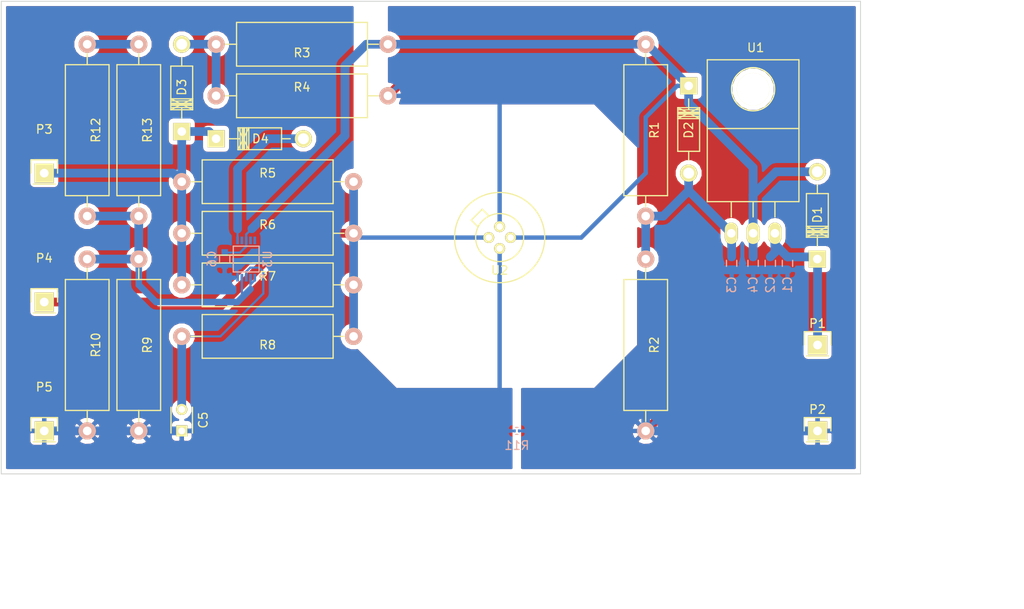
<source format=kicad_pcb>
(kicad_pcb (version 4) (host pcbnew 0.201509182047+6202~30~ubuntu14.04.1-product)

  (general
    (links 54)
    (no_connects 11)
    (area 44.949999 39.949999 165.050001 95.050001)
    (thickness 1.6)
    (drawings 6)
    (tracks 122)
    (zones 0)
    (modules 31)
    (nets 14)
  )

  (page A4)
  (layers
    (0 F.Cu signal)
    (31 B.Cu signal)
    (32 B.Adhes user)
    (33 F.Adhes user)
    (34 B.Paste user)
    (35 F.Paste user)
    (36 B.SilkS user)
    (37 F.SilkS user)
    (38 B.Mask user)
    (39 F.Mask user)
    (40 Dwgs.User user)
    (41 Cmts.User user)
    (42 Eco1.User user)
    (43 Eco2.User user)
    (44 Edge.Cuts user)
    (45 Margin user)
    (46 B.CrtYd user)
    (47 F.CrtYd user)
    (48 B.Fab user)
    (49 F.Fab user)
  )

  (setup
    (last_trace_width 0.508)
    (user_trace_width 0.254)
    (user_trace_width 0.508)
    (user_trace_width 0.762)
    (user_trace_width 1.016)
    (user_trace_width 1.27)
    (user_trace_width 1.524)
    (trace_clearance 0.2)
    (zone_clearance 0.508)
    (zone_45_only no)
    (trace_min 0.2)
    (segment_width 0.2)
    (edge_width 0.1)
    (via_size 0.6)
    (via_drill 0.4)
    (via_min_size 0.4)
    (via_min_drill 0.3)
    (uvia_size 0.3)
    (uvia_drill 0.1)
    (uvias_allowed no)
    (uvia_min_size 0)
    (uvia_min_drill 0)
    (pcb_text_width 0.3)
    (pcb_text_size 1.5 1.5)
    (mod_edge_width 0.15)
    (mod_text_size 1 1)
    (mod_text_width 0.15)
    (pad_size 1.5 1.5)
    (pad_drill 0.6)
    (pad_to_mask_clearance 0)
    (aux_axis_origin 0 0)
    (visible_elements FFFFFF7F)
    (pcbplotparams
      (layerselection 0x00030_80000001)
      (usegerberextensions false)
      (excludeedgelayer true)
      (linewidth 0.100000)
      (plotframeref false)
      (viasonmask false)
      (mode 1)
      (useauxorigin false)
      (hpglpennumber 1)
      (hpglpenspeed 20)
      (hpglpendiameter 15)
      (hpglpenoverlay 2)
      (psnegative false)
      (psa4output false)
      (plotreference true)
      (plotvalue true)
      (plotinvisibletext false)
      (padsonsilk false)
      (subtractmaskfromsilk false)
      (outputformat 1)
      (mirror false)
      (drillshape 1)
      (scaleselection 1)
      (outputdirectory ""))
  )

  (net 0 "")
  (net 1 VCC)
  (net 2 GND)
  (net 3 "Net-(C3-Pad1)")
  (net 4 +15V)
  (net 5 GNDA)
  (net 6 "Net-(C5-Pad2)")
  (net 7 "Net-(D3-Pad2)")
  (net 8 "Net-(D3-Pad1)")
  (net 9 "Net-(D4-Pad2)")
  (net 10 7V)
  (net 11 "Net-(R10-Pad1)")
  (net 12 "Net-(U3-Pad9)")
  (net 13 "Net-(U3-Pad10)")

  (net_class Default "This is the default net class."
    (clearance 0.2)
    (trace_width 0.25)
    (via_dia 0.6)
    (via_drill 0.4)
    (uvia_dia 0.3)
    (uvia_drill 0.1)
    (add_net +15V)
    (add_net 7V)
    (add_net GND)
    (add_net GNDA)
    (add_net "Net-(C3-Pad1)")
    (add_net "Net-(C5-Pad2)")
    (add_net "Net-(D3-Pad1)")
    (add_net "Net-(D3-Pad2)")
    (add_net "Net-(D4-Pad2)")
    (add_net "Net-(R10-Pad1)")
    (add_net "Net-(U3-Pad10)")
    (add_net "Net-(U3-Pad9)")
    (add_net VCC)
  )

  (module Resistors_ThroughHole:Resistor_Horizontal_RM20mm (layer F.Cu) (tedit 53F56317) (tstamp 561FC05B)
    (at 80 45 180)
    (descr "Resistor, Axial, RM 20mm,")
    (tags "Resistor, Axial, RM 20mm,")
    (path /561F7259)
    (fp_text reference R3 (at 0 -1 180) (layer F.SilkS)
      (effects (font (size 1 1) (thickness 0.15)))
    )
    (fp_text value 20k (at 0 1 180) (layer F.Fab)
      (effects (font (size 1 1) (thickness 0.15)))
    )
    (fp_line (start -7.62 -2.54) (end -7.62 2.54) (layer F.SilkS) (width 0.15))
    (fp_line (start -7.62 2.54) (end 7.62 2.54) (layer F.SilkS) (width 0.15))
    (fp_line (start 7.62 2.54) (end 7.62 0) (layer F.SilkS) (width 0.15))
    (fp_line (start 7.62 0) (end 7.62 -2.54) (layer F.SilkS) (width 0.15))
    (fp_line (start 7.62 -2.54) (end -7.62 -2.54) (layer F.SilkS) (width 0.15))
    (fp_line (start 8.89 0) (end 7.62 0) (layer F.SilkS) (width 0.15))
    (fp_line (start -8.89 0) (end -7.62 0) (layer F.SilkS) (width 0.15))
    (pad 1 thru_hole circle (at -10 0 180) (size 1.99898 1.99898) (drill 1.00076) (layers *.Cu *.SilkS *.Mask)
      (net 4 +15V))
    (pad 2 thru_hole circle (at 10 0 180) (size 1.99898 1.99898) (drill 1.00076) (layers *.Cu *.SilkS *.Mask)
      (net 7 "Net-(D3-Pad2)"))
    (model Resistors_ThroughHole.3dshapes/Resistor_Horizontal_RM20mm.wrl
      (at (xyz 0 0 0))
      (scale (xyz 0.4 0.4 0.4))
      (rotate (xyz 0 0 0))
    )
  )

  (module Capacitors_SMD:C_0603 (layer B.Cu) (tedit 561FC2A5) (tstamp 561FBFFA)
    (at 136.5 70.5 270)
    (descr "Capacitor SMD 0603, reflow soldering, AVX (see smccp.pdf)")
    (tags "capacitor 0603")
    (path /561FB648)
    (attr smd)
    (fp_text reference C1 (at 2.5 0 270) (layer B.SilkS)
      (effects (font (size 1 1) (thickness 0.15)) (justify mirror))
    )
    (fp_text value 10u (at 0 -1.9 270) (layer B.Fab) hide
      (effects (font (size 1 1) (thickness 0.15)) (justify mirror))
    )
    (fp_line (start -1.45 0.75) (end 1.45 0.75) (layer B.CrtYd) (width 0.05))
    (fp_line (start -1.45 -0.75) (end 1.45 -0.75) (layer B.CrtYd) (width 0.05))
    (fp_line (start -1.45 0.75) (end -1.45 -0.75) (layer B.CrtYd) (width 0.05))
    (fp_line (start 1.45 0.75) (end 1.45 -0.75) (layer B.CrtYd) (width 0.05))
    (fp_line (start -0.35 0.6) (end 0.35 0.6) (layer B.SilkS) (width 0.15))
    (fp_line (start 0.35 -0.6) (end -0.35 -0.6) (layer B.SilkS) (width 0.15))
    (pad 1 smd rect (at -0.75 0 270) (size 0.8 0.75) (layers B.Cu B.Paste B.Mask)
      (net 1 VCC))
    (pad 2 smd rect (at 0.75 0 270) (size 0.8 0.75) (layers B.Cu B.Paste B.Mask)
      (net 2 GND))
    (model Capacitors_SMD.3dshapes/C_0603.wrl
      (at (xyz 0 0 0))
      (scale (xyz 1 1 1))
      (rotate (xyz 0 0 0))
    )
  )

  (module Capacitors_SMD:C_0603 (layer B.Cu) (tedit 561FC2A3) (tstamp 561FC000)
    (at 134.5 70.5 270)
    (descr "Capacitor SMD 0603, reflow soldering, AVX (see smccp.pdf)")
    (tags "capacitor 0603")
    (path /561FB6DE)
    (attr smd)
    (fp_text reference C2 (at 2.5 0 270) (layer B.SilkS)
      (effects (font (size 1 1) (thickness 0.15)) (justify mirror))
    )
    (fp_text value 100n (at 0 -1.9 270) (layer B.Fab) hide
      (effects (font (size 1 1) (thickness 0.15)) (justify mirror))
    )
    (fp_line (start -1.45 0.75) (end 1.45 0.75) (layer B.CrtYd) (width 0.05))
    (fp_line (start -1.45 -0.75) (end 1.45 -0.75) (layer B.CrtYd) (width 0.05))
    (fp_line (start -1.45 0.75) (end -1.45 -0.75) (layer B.CrtYd) (width 0.05))
    (fp_line (start 1.45 0.75) (end 1.45 -0.75) (layer B.CrtYd) (width 0.05))
    (fp_line (start -0.35 0.6) (end 0.35 0.6) (layer B.SilkS) (width 0.15))
    (fp_line (start 0.35 -0.6) (end -0.35 -0.6) (layer B.SilkS) (width 0.15))
    (pad 1 smd rect (at -0.75 0 270) (size 0.8 0.75) (layers B.Cu B.Paste B.Mask)
      (net 1 VCC))
    (pad 2 smd rect (at 0.75 0 270) (size 0.8 0.75) (layers B.Cu B.Paste B.Mask)
      (net 2 GND))
    (model Capacitors_SMD.3dshapes/C_0603.wrl
      (at (xyz 0 0 0))
      (scale (xyz 1 1 1))
      (rotate (xyz 0 0 0))
    )
  )

  (module Capacitors_SMD:C_0603 (layer B.Cu) (tedit 561FC2A7) (tstamp 561FC006)
    (at 130 70.5 270)
    (descr "Capacitor SMD 0603, reflow soldering, AVX (see smccp.pdf)")
    (tags "capacitor 0603")
    (path /5620220F)
    (attr smd)
    (fp_text reference C3 (at 2.5 0 270) (layer B.SilkS)
      (effects (font (size 1 1) (thickness 0.15)) (justify mirror))
    )
    (fp_text value 10u (at 0 -1.9 270) (layer B.Fab) hide
      (effects (font (size 1 1) (thickness 0.15)) (justify mirror))
    )
    (fp_line (start -1.45 0.75) (end 1.45 0.75) (layer B.CrtYd) (width 0.05))
    (fp_line (start -1.45 -0.75) (end 1.45 -0.75) (layer B.CrtYd) (width 0.05))
    (fp_line (start -1.45 0.75) (end -1.45 -0.75) (layer B.CrtYd) (width 0.05))
    (fp_line (start 1.45 0.75) (end 1.45 -0.75) (layer B.CrtYd) (width 0.05))
    (fp_line (start -0.35 0.6) (end 0.35 0.6) (layer B.SilkS) (width 0.15))
    (fp_line (start 0.35 -0.6) (end -0.35 -0.6) (layer B.SilkS) (width 0.15))
    (pad 1 smd rect (at -0.75 0 270) (size 0.8 0.75) (layers B.Cu B.Paste B.Mask)
      (net 3 "Net-(C3-Pad1)"))
    (pad 2 smd rect (at 0.75 0 270) (size 0.8 0.75) (layers B.Cu B.Paste B.Mask)
      (net 2 GND))
    (model Capacitors_SMD.3dshapes/C_0603.wrl
      (at (xyz 0 0 0))
      (scale (xyz 1 1 1))
      (rotate (xyz 0 0 0))
    )
  )

  (module Capacitors_SMD:C_0603 (layer B.Cu) (tedit 561FC2AA) (tstamp 561FC00C)
    (at 132.5 70.5 270)
    (descr "Capacitor SMD 0603, reflow soldering, AVX (see smccp.pdf)")
    (tags "capacitor 0603")
    (path /56202908)
    (attr smd)
    (fp_text reference C4 (at 2.5 0 270) (layer B.SilkS)
      (effects (font (size 1 1) (thickness 0.15)) (justify mirror))
    )
    (fp_text value 1u (at 0 -1.9 270) (layer B.Fab) hide
      (effects (font (size 1 1) (thickness 0.15)) (justify mirror))
    )
    (fp_line (start -1.45 0.75) (end 1.45 0.75) (layer B.CrtYd) (width 0.05))
    (fp_line (start -1.45 -0.75) (end 1.45 -0.75) (layer B.CrtYd) (width 0.05))
    (fp_line (start -1.45 0.75) (end -1.45 -0.75) (layer B.CrtYd) (width 0.05))
    (fp_line (start 1.45 0.75) (end 1.45 -0.75) (layer B.CrtYd) (width 0.05))
    (fp_line (start -0.35 0.6) (end 0.35 0.6) (layer B.SilkS) (width 0.15))
    (fp_line (start 0.35 -0.6) (end -0.35 -0.6) (layer B.SilkS) (width 0.15))
    (pad 1 smd rect (at -0.75 0 270) (size 0.8 0.75) (layers B.Cu B.Paste B.Mask)
      (net 4 +15V))
    (pad 2 smd rect (at 0.75 0 270) (size 0.8 0.75) (layers B.Cu B.Paste B.Mask)
      (net 2 GND))
    (model Capacitors_SMD.3dshapes/C_0603.wrl
      (at (xyz 0 0 0))
      (scale (xyz 1 1 1))
      (rotate (xyz 0 0 0))
    )
  )

  (module Capacitors_SMD:C_0603 (layer B.Cu) (tedit 561FC1FA) (tstamp 561FC018)
    (at 71 70 270)
    (descr "Capacitor SMD 0603, reflow soldering, AVX (see smccp.pdf)")
    (tags "capacitor 0603")
    (path /561F5052)
    (attr smd)
    (fp_text reference C6 (at 0 1.5 270) (layer B.SilkS)
      (effects (font (size 1 1) (thickness 0.15)) (justify mirror))
    )
    (fp_text value 100n (at 0 -1.9 270) (layer B.Fab) hide
      (effects (font (size 1 1) (thickness 0.15)) (justify mirror))
    )
    (fp_line (start -1.45 0.75) (end 1.45 0.75) (layer B.CrtYd) (width 0.05))
    (fp_line (start -1.45 -0.75) (end 1.45 -0.75) (layer B.CrtYd) (width 0.05))
    (fp_line (start -1.45 0.75) (end -1.45 -0.75) (layer B.CrtYd) (width 0.05))
    (fp_line (start 1.45 0.75) (end 1.45 -0.75) (layer B.CrtYd) (width 0.05))
    (fp_line (start -0.35 0.6) (end 0.35 0.6) (layer B.SilkS) (width 0.15))
    (fp_line (start 0.35 -0.6) (end -0.35 -0.6) (layer B.SilkS) (width 0.15))
    (pad 1 smd rect (at -0.75 0 270) (size 0.8 0.75) (layers B.Cu B.Paste B.Mask)
      (net 4 +15V))
    (pad 2 smd rect (at 0.75 0 270) (size 0.8 0.75) (layers B.Cu B.Paste B.Mask)
      (net 5 GNDA))
    (model Capacitors_SMD.3dshapes/C_0603.wrl
      (at (xyz 0 0 0))
      (scale (xyz 1 1 1))
      (rotate (xyz 0 0 0))
    )
  )

  (module Diodes_ThroughHole:Diode_DO-41_SOD81_Horizontal_RM10 (layer F.Cu) (tedit 562BAECA) (tstamp 561FC01E)
    (at 139.97968 70 90)
    (descr "Diode, DO-41, SOD81, Horizontal, RM 10mm,")
    (tags "Diode, DO-41, SOD81, Horizontal, RM 10mm, 1N4007, SB140,")
    (path /5620165A)
    (fp_text reference D1 (at 5.16 -0.00254 90) (layer F.SilkS)
      (effects (font (size 1 1) (thickness 0.15)))
    )
    (fp_text value 1N4001 (at 4.37134 -3.55854 90) (layer F.Fab) hide
      (effects (font (size 1 1) (thickness 0.15)))
    )
    (fp_line (start 7.62 -0.00254) (end 8.636 -0.00254) (layer F.SilkS) (width 0.15))
    (fp_line (start 2.794 -0.00254) (end 1.524 -0.00254) (layer F.SilkS) (width 0.15))
    (fp_line (start 3.048 -1.27254) (end 3.048 1.26746) (layer F.SilkS) (width 0.15))
    (fp_line (start 3.302 -1.27254) (end 3.302 1.26746) (layer F.SilkS) (width 0.15))
    (fp_line (start 3.556 -1.27254) (end 3.556 1.26746) (layer F.SilkS) (width 0.15))
    (fp_line (start 2.794 -1.27254) (end 2.794 1.26746) (layer F.SilkS) (width 0.15))
    (fp_line (start 3.81 -1.27254) (end 2.54 1.26746) (layer F.SilkS) (width 0.15))
    (fp_line (start 2.54 -1.27254) (end 3.81 1.26746) (layer F.SilkS) (width 0.15))
    (fp_line (start 3.81 -1.27254) (end 3.81 1.26746) (layer F.SilkS) (width 0.15))
    (fp_line (start 3.175 -1.27254) (end 3.175 1.26746) (layer F.SilkS) (width 0.15))
    (fp_line (start 2.54 1.26746) (end 2.54 -1.27254) (layer F.SilkS) (width 0.15))
    (fp_line (start 2.54 -1.27254) (end 7.62 -1.27254) (layer F.SilkS) (width 0.15))
    (fp_line (start 7.62 -1.27254) (end 7.62 1.26746) (layer F.SilkS) (width 0.15))
    (fp_line (start 7.62 1.26746) (end 2.54 1.26746) (layer F.SilkS) (width 0.15))
    (pad 2 thru_hole circle (at 10.16 -0.00254 270) (size 1.99898 1.99898) (drill 1.27) (layers *.Cu *.Mask F.SilkS)
      (net 4 +15V))
    (pad 1 thru_hole rect (at 0 -0.00254 270) (size 1.99898 1.99898) (drill 1.00076) (layers *.Cu *.Mask F.SilkS)
      (net 1 VCC))
  )

  (module Diodes_ThroughHole:Diode_DO-41_SOD81_Horizontal_RM10 (layer F.Cu) (tedit 561FC04B) (tstamp 561FC024)
    (at 124.99746 49.84 270)
    (descr "Diode, DO-41, SOD81, Horizontal, RM 10mm,")
    (tags "Diode, DO-41, SOD81, Horizontal, RM 10mm, 1N4007, SB140,")
    (path /56201FD5)
    (fp_text reference D2 (at 5.16 -0.00254 270) (layer F.SilkS)
      (effects (font (size 1 1) (thickness 0.15)))
    )
    (fp_text value 1N4001 (at 4.37134 -3.55854 270) (layer F.Fab) hide
      (effects (font (size 1 1) (thickness 0.15)))
    )
    (fp_line (start 7.62 -0.00254) (end 8.636 -0.00254) (layer F.SilkS) (width 0.15))
    (fp_line (start 2.794 -0.00254) (end 1.524 -0.00254) (layer F.SilkS) (width 0.15))
    (fp_line (start 3.048 -1.27254) (end 3.048 1.26746) (layer F.SilkS) (width 0.15))
    (fp_line (start 3.302 -1.27254) (end 3.302 1.26746) (layer F.SilkS) (width 0.15))
    (fp_line (start 3.556 -1.27254) (end 3.556 1.26746) (layer F.SilkS) (width 0.15))
    (fp_line (start 2.794 -1.27254) (end 2.794 1.26746) (layer F.SilkS) (width 0.15))
    (fp_line (start 3.81 -1.27254) (end 2.54 1.26746) (layer F.SilkS) (width 0.15))
    (fp_line (start 2.54 -1.27254) (end 3.81 1.26746) (layer F.SilkS) (width 0.15))
    (fp_line (start 3.81 -1.27254) (end 3.81 1.26746) (layer F.SilkS) (width 0.15))
    (fp_line (start 3.175 -1.27254) (end 3.175 1.26746) (layer F.SilkS) (width 0.15))
    (fp_line (start 2.54 1.26746) (end 2.54 -1.27254) (layer F.SilkS) (width 0.15))
    (fp_line (start 2.54 -1.27254) (end 7.62 -1.27254) (layer F.SilkS) (width 0.15))
    (fp_line (start 7.62 -1.27254) (end 7.62 1.26746) (layer F.SilkS) (width 0.15))
    (fp_line (start 7.62 1.26746) (end 2.54 1.26746) (layer F.SilkS) (width 0.15))
    (pad 2 thru_hole circle (at 10.16 -0.00254 90) (size 1.99898 1.99898) (drill 1.27) (layers *.Cu *.Mask F.SilkS)
      (net 3 "Net-(C3-Pad1)"))
    (pad 1 thru_hole rect (at 0 -0.00254 90) (size 1.99898 1.99898) (drill 1.00076) (layers *.Cu *.Mask F.SilkS)
      (net 4 +15V))
  )

  (module Diodes_ThroughHole:Diode_DO-41_SOD81_Horizontal_RM10 (layer F.Cu) (tedit 562BAE1C) (tstamp 561FC02A)
    (at 66.00254 55.16 90)
    (descr "Diode, DO-41, SOD81, Horizontal, RM 10mm,")
    (tags "Diode, DO-41, SOD81, Horizontal, RM 10mm, 1N4007, SB140,")
    (path /561F72FF)
    (fp_text reference D3 (at 5.16 -0.00254 90) (layer F.SilkS)
      (effects (font (size 1 1) (thickness 0.15)))
    )
    (fp_text value 1N4148 (at 4.37134 -3.55854 90) (layer F.Fab) hide
      (effects (font (size 1 1) (thickness 0.15)))
    )
    (fp_line (start 7.62 -0.00254) (end 8.636 -0.00254) (layer F.SilkS) (width 0.15))
    (fp_line (start 2.794 -0.00254) (end 1.524 -0.00254) (layer F.SilkS) (width 0.15))
    (fp_line (start 3.048 -1.27254) (end 3.048 1.26746) (layer F.SilkS) (width 0.15))
    (fp_line (start 3.302 -1.27254) (end 3.302 1.26746) (layer F.SilkS) (width 0.15))
    (fp_line (start 3.556 -1.27254) (end 3.556 1.26746) (layer F.SilkS) (width 0.15))
    (fp_line (start 2.794 -1.27254) (end 2.794 1.26746) (layer F.SilkS) (width 0.15))
    (fp_line (start 3.81 -1.27254) (end 2.54 1.26746) (layer F.SilkS) (width 0.15))
    (fp_line (start 2.54 -1.27254) (end 3.81 1.26746) (layer F.SilkS) (width 0.15))
    (fp_line (start 3.81 -1.27254) (end 3.81 1.26746) (layer F.SilkS) (width 0.15))
    (fp_line (start 3.175 -1.27254) (end 3.175 1.26746) (layer F.SilkS) (width 0.15))
    (fp_line (start 2.54 1.26746) (end 2.54 -1.27254) (layer F.SilkS) (width 0.15))
    (fp_line (start 2.54 -1.27254) (end 7.62 -1.27254) (layer F.SilkS) (width 0.15))
    (fp_line (start 7.62 -1.27254) (end 7.62 1.26746) (layer F.SilkS) (width 0.15))
    (fp_line (start 7.62 1.26746) (end 2.54 1.26746) (layer F.SilkS) (width 0.15))
    (pad 2 thru_hole circle (at 10.16 -0.00254 270) (size 1.99898 1.99898) (drill 1.27) (layers *.Cu *.Mask F.SilkS)
      (net 7 "Net-(D3-Pad2)"))
    (pad 1 thru_hole rect (at 0 -0.00254 270) (size 1.99898 1.99898) (drill 1.00076) (layers *.Cu *.Mask F.SilkS)
      (net 8 "Net-(D3-Pad1)"))
  )

  (module Diodes_ThroughHole:Diode_DO-41_SOD81_Horizontal_RM10 (layer F.Cu) (tedit 562BAD3D) (tstamp 561FC030)
    (at 70 56)
    (descr "Diode, DO-41, SOD81, Horizontal, RM 10mm,")
    (tags "Diode, DO-41, SOD81, Horizontal, RM 10mm, 1N4007, SB140,")
    (path /561F4E0E)
    (fp_text reference D4 (at 5.16 -0.00254) (layer F.SilkS)
      (effects (font (size 1 1) (thickness 0.15)))
    )
    (fp_text value 1N4148 (at 4.37134 -3.55854) (layer F.Fab) hide
      (effects (font (size 1 1) (thickness 0.15)))
    )
    (fp_line (start 7.62 -0.00254) (end 8.636 -0.00254) (layer F.SilkS) (width 0.15))
    (fp_line (start 2.794 -0.00254) (end 1.524 -0.00254) (layer F.SilkS) (width 0.15))
    (fp_line (start 3.048 -1.27254) (end 3.048 1.26746) (layer F.SilkS) (width 0.15))
    (fp_line (start 3.302 -1.27254) (end 3.302 1.26746) (layer F.SilkS) (width 0.15))
    (fp_line (start 3.556 -1.27254) (end 3.556 1.26746) (layer F.SilkS) (width 0.15))
    (fp_line (start 2.794 -1.27254) (end 2.794 1.26746) (layer F.SilkS) (width 0.15))
    (fp_line (start 3.81 -1.27254) (end 2.54 1.26746) (layer F.SilkS) (width 0.15))
    (fp_line (start 2.54 -1.27254) (end 3.81 1.26746) (layer F.SilkS) (width 0.15))
    (fp_line (start 3.81 -1.27254) (end 3.81 1.26746) (layer F.SilkS) (width 0.15))
    (fp_line (start 3.175 -1.27254) (end 3.175 1.26746) (layer F.SilkS) (width 0.15))
    (fp_line (start 2.54 1.26746) (end 2.54 -1.27254) (layer F.SilkS) (width 0.15))
    (fp_line (start 2.54 -1.27254) (end 7.62 -1.27254) (layer F.SilkS) (width 0.15))
    (fp_line (start 7.62 -1.27254) (end 7.62 1.26746) (layer F.SilkS) (width 0.15))
    (fp_line (start 7.62 1.26746) (end 2.54 1.26746) (layer F.SilkS) (width 0.15))
    (pad 2 thru_hole circle (at 10.16 -0.00254 180) (size 1.99898 1.99898) (drill 1.27) (layers *.Cu *.Mask F.SilkS)
      (net 9 "Net-(D4-Pad2)"))
    (pad 1 thru_hole rect (at 0 -0.00254 180) (size 1.99898 1.99898) (drill 1.00076) (layers *.Cu *.Mask F.SilkS)
      (net 8 "Net-(D3-Pad1)"))
  )

  (module Pin_Headers:Pin_Header_Straight_1x01 (layer F.Cu) (tedit 561FC412) (tstamp 561FC035)
    (at 140 80)
    (descr "Through hole pin header")
    (tags "pin header")
    (path /561FB7F1)
    (fp_text reference P1 (at 0 -2.5 180) (layer F.SilkS)
      (effects (font (size 1 1) (thickness 0.15)))
    )
    (fp_text value VIN (at 0 -3.1) (layer F.Fab) hide
      (effects (font (size 1 1) (thickness 0.15)))
    )
    (fp_line (start 1.55 -1.55) (end 1.55 0) (layer F.SilkS) (width 0.15))
    (fp_line (start -1.75 -1.75) (end -1.75 1.75) (layer F.CrtYd) (width 0.05))
    (fp_line (start 1.75 -1.75) (end 1.75 1.75) (layer F.CrtYd) (width 0.05))
    (fp_line (start -1.75 -1.75) (end 1.75 -1.75) (layer F.CrtYd) (width 0.05))
    (fp_line (start -1.75 1.75) (end 1.75 1.75) (layer F.CrtYd) (width 0.05))
    (fp_line (start -1.55 0) (end -1.55 -1.55) (layer F.SilkS) (width 0.15))
    (fp_line (start -1.55 -1.55) (end 1.55 -1.55) (layer F.SilkS) (width 0.15))
    (fp_line (start -1.27 1.27) (end 1.27 1.27) (layer F.SilkS) (width 0.15))
    (pad 1 thru_hole rect (at 0 0) (size 2.2352 2.2352) (drill 1.016) (layers *.Cu *.Mask F.SilkS)
      (net 1 VCC))
    (model Pin_Headers.3dshapes/Pin_Header_Straight_1x01.wrl
      (at (xyz 0 0 0))
      (scale (xyz 1 1 1))
      (rotate (xyz 0 0 90))
    )
  )

  (module Pin_Headers:Pin_Header_Straight_1x01 (layer F.Cu) (tedit 561FC42A) (tstamp 561FC03A)
    (at 140 90)
    (descr "Through hole pin header")
    (tags "pin header")
    (path /561FAF49)
    (fp_text reference P2 (at 0 -2.5) (layer F.SilkS)
      (effects (font (size 1 1) (thickness 0.15)))
    )
    (fp_text value GND (at 0 -3.1) (layer F.Fab) hide
      (effects (font (size 1 1) (thickness 0.15)))
    )
    (fp_line (start 1.55 -1.55) (end 1.55 0) (layer F.SilkS) (width 0.15))
    (fp_line (start -1.75 -1.75) (end -1.75 1.75) (layer F.CrtYd) (width 0.05))
    (fp_line (start 1.75 -1.75) (end 1.75 1.75) (layer F.CrtYd) (width 0.05))
    (fp_line (start -1.75 -1.75) (end 1.75 -1.75) (layer F.CrtYd) (width 0.05))
    (fp_line (start -1.75 1.75) (end 1.75 1.75) (layer F.CrtYd) (width 0.05))
    (fp_line (start -1.55 0) (end -1.55 -1.55) (layer F.SilkS) (width 0.15))
    (fp_line (start -1.55 -1.55) (end 1.55 -1.55) (layer F.SilkS) (width 0.15))
    (fp_line (start -1.27 1.27) (end 1.27 1.27) (layer F.SilkS) (width 0.15))
    (pad 1 thru_hole rect (at 0 0) (size 2.2352 2.2352) (drill 1.016) (layers *.Cu *.Mask F.SilkS)
      (net 2 GND))
    (model Pin_Headers.3dshapes/Pin_Header_Straight_1x01.wrl
      (at (xyz 0 0 0))
      (scale (xyz 1 1 1))
      (rotate (xyz 0 0 90))
    )
  )

  (module Pin_Headers:Pin_Header_Straight_1x01 (layer F.Cu) (tedit 54EA08DC) (tstamp 561FC03F)
    (at 50 60)
    (descr "Through hole pin header")
    (tags "pin header")
    (path /561F9F3A)
    (fp_text reference P3 (at 0 -5.1) (layer F.SilkS)
      (effects (font (size 1 1) (thickness 0.15)))
    )
    (fp_text value 10V (at 0 -3.1) (layer F.Fab)
      (effects (font (size 1 1) (thickness 0.15)))
    )
    (fp_line (start 1.55 -1.55) (end 1.55 0) (layer F.SilkS) (width 0.15))
    (fp_line (start -1.75 -1.75) (end -1.75 1.75) (layer F.CrtYd) (width 0.05))
    (fp_line (start 1.75 -1.75) (end 1.75 1.75) (layer F.CrtYd) (width 0.05))
    (fp_line (start -1.75 -1.75) (end 1.75 -1.75) (layer F.CrtYd) (width 0.05))
    (fp_line (start -1.75 1.75) (end 1.75 1.75) (layer F.CrtYd) (width 0.05))
    (fp_line (start -1.55 0) (end -1.55 -1.55) (layer F.SilkS) (width 0.15))
    (fp_line (start -1.55 -1.55) (end 1.55 -1.55) (layer F.SilkS) (width 0.15))
    (fp_line (start -1.27 1.27) (end 1.27 1.27) (layer F.SilkS) (width 0.15))
    (pad 1 thru_hole rect (at 0 0) (size 2.2352 2.2352) (drill 1.016) (layers *.Cu *.Mask F.SilkS)
      (net 8 "Net-(D3-Pad1)"))
    (model Pin_Headers.3dshapes/Pin_Header_Straight_1x01.wrl
      (at (xyz 0 0 0))
      (scale (xyz 1 1 1))
      (rotate (xyz 0 0 90))
    )
  )

  (module Pin_Headers:Pin_Header_Straight_1x01 (layer F.Cu) (tedit 54EA08DC) (tstamp 561FC044)
    (at 50 75)
    (descr "Through hole pin header")
    (tags "pin header")
    (path /561FA5B3)
    (fp_text reference P4 (at 0 -5.1) (layer F.SilkS)
      (effects (font (size 1 1) (thickness 0.15)))
    )
    (fp_text value 7V (at 0 -3.1) (layer F.Fab)
      (effects (font (size 1 1) (thickness 0.15)))
    )
    (fp_line (start 1.55 -1.55) (end 1.55 0) (layer F.SilkS) (width 0.15))
    (fp_line (start -1.75 -1.75) (end -1.75 1.75) (layer F.CrtYd) (width 0.05))
    (fp_line (start 1.75 -1.75) (end 1.75 1.75) (layer F.CrtYd) (width 0.05))
    (fp_line (start -1.75 -1.75) (end 1.75 -1.75) (layer F.CrtYd) (width 0.05))
    (fp_line (start -1.75 1.75) (end 1.75 1.75) (layer F.CrtYd) (width 0.05))
    (fp_line (start -1.55 0) (end -1.55 -1.55) (layer F.SilkS) (width 0.15))
    (fp_line (start -1.55 -1.55) (end 1.55 -1.55) (layer F.SilkS) (width 0.15))
    (fp_line (start -1.27 1.27) (end 1.27 1.27) (layer F.SilkS) (width 0.15))
    (pad 1 thru_hole rect (at 0 0) (size 2.2352 2.2352) (drill 1.016) (layers *.Cu *.Mask F.SilkS)
      (net 10 7V))
    (model Pin_Headers.3dshapes/Pin_Header_Straight_1x01.wrl
      (at (xyz 0 0 0))
      (scale (xyz 1 1 1))
      (rotate (xyz 0 0 90))
    )
  )

  (module Pin_Headers:Pin_Header_Straight_1x01 (layer F.Cu) (tedit 54EA08DC) (tstamp 561FC049)
    (at 50 90)
    (descr "Through hole pin header")
    (tags "pin header")
    (path /561FA015)
    (fp_text reference P5 (at 0 -5.1) (layer F.SilkS)
      (effects (font (size 1 1) (thickness 0.15)))
    )
    (fp_text value 10V_GND (at 0 -3.1) (layer F.Fab)
      (effects (font (size 1 1) (thickness 0.15)))
    )
    (fp_line (start 1.55 -1.55) (end 1.55 0) (layer F.SilkS) (width 0.15))
    (fp_line (start -1.75 -1.75) (end -1.75 1.75) (layer F.CrtYd) (width 0.05))
    (fp_line (start 1.75 -1.75) (end 1.75 1.75) (layer F.CrtYd) (width 0.05))
    (fp_line (start -1.75 -1.75) (end 1.75 -1.75) (layer F.CrtYd) (width 0.05))
    (fp_line (start -1.75 1.75) (end 1.75 1.75) (layer F.CrtYd) (width 0.05))
    (fp_line (start -1.55 0) (end -1.55 -1.55) (layer F.SilkS) (width 0.15))
    (fp_line (start -1.55 -1.55) (end 1.55 -1.55) (layer F.SilkS) (width 0.15))
    (fp_line (start -1.27 1.27) (end 1.27 1.27) (layer F.SilkS) (width 0.15))
    (pad 1 thru_hole rect (at 0 0) (size 2.2352 2.2352) (drill 1.016) (layers *.Cu *.Mask F.SilkS)
      (net 5 GNDA))
    (model Pin_Headers.3dshapes/Pin_Header_Straight_1x01.wrl
      (at (xyz 0 0 0))
      (scale (xyz 1 1 1))
      (rotate (xyz 0 0 90))
    )
  )

  (module Resistors_ThroughHole:Resistor_Horizontal_RM20mm (layer F.Cu) (tedit 53F56317) (tstamp 561FC04F)
    (at 120 55 270)
    (descr "Resistor, Axial, RM 20mm,")
    (tags "Resistor, Axial, RM 20mm,")
    (path /562015B9)
    (fp_text reference R1 (at 0 -1 270) (layer F.SilkS)
      (effects (font (size 1 1) (thickness 0.15)))
    )
    (fp_text value 205R (at 0 1 270) (layer F.Fab)
      (effects (font (size 1 1) (thickness 0.15)))
    )
    (fp_line (start -7.62 -2.54) (end -7.62 2.54) (layer F.SilkS) (width 0.15))
    (fp_line (start -7.62 2.54) (end 7.62 2.54) (layer F.SilkS) (width 0.15))
    (fp_line (start 7.62 2.54) (end 7.62 0) (layer F.SilkS) (width 0.15))
    (fp_line (start 7.62 0) (end 7.62 -2.54) (layer F.SilkS) (width 0.15))
    (fp_line (start 7.62 -2.54) (end -7.62 -2.54) (layer F.SilkS) (width 0.15))
    (fp_line (start 8.89 0) (end 7.62 0) (layer F.SilkS) (width 0.15))
    (fp_line (start -8.89 0) (end -7.62 0) (layer F.SilkS) (width 0.15))
    (pad 1 thru_hole circle (at -10 0 270) (size 1.99898 1.99898) (drill 1.00076) (layers *.Cu *.SilkS *.Mask)
      (net 4 +15V))
    (pad 2 thru_hole circle (at 10 0 270) (size 1.99898 1.99898) (drill 1.00076) (layers *.Cu *.SilkS *.Mask)
      (net 3 "Net-(C3-Pad1)"))
    (model Resistors_ThroughHole.3dshapes/Resistor_Horizontal_RM20mm.wrl
      (at (xyz 0 0 0))
      (scale (xyz 0.4 0.4 0.4))
      (rotate (xyz 0 0 0))
    )
  )

  (module Resistors_ThroughHole:Resistor_Horizontal_RM20mm (layer F.Cu) (tedit 53F56317) (tstamp 561FC055)
    (at 120 80 270)
    (descr "Resistor, Axial, RM 20mm,")
    (tags "Resistor, Axial, RM 20mm,")
    (path /562021B4)
    (fp_text reference R2 (at 0 -1 270) (layer F.SilkS)
      (effects (font (size 1 1) (thickness 0.15)))
    )
    (fp_text value 2k26 (at 0 1 270) (layer F.Fab)
      (effects (font (size 1 1) (thickness 0.15)))
    )
    (fp_line (start -7.62 -2.54) (end -7.62 2.54) (layer F.SilkS) (width 0.15))
    (fp_line (start -7.62 2.54) (end 7.62 2.54) (layer F.SilkS) (width 0.15))
    (fp_line (start 7.62 2.54) (end 7.62 0) (layer F.SilkS) (width 0.15))
    (fp_line (start 7.62 0) (end 7.62 -2.54) (layer F.SilkS) (width 0.15))
    (fp_line (start 7.62 -2.54) (end -7.62 -2.54) (layer F.SilkS) (width 0.15))
    (fp_line (start 8.89 0) (end 7.62 0) (layer F.SilkS) (width 0.15))
    (fp_line (start -8.89 0) (end -7.62 0) (layer F.SilkS) (width 0.15))
    (pad 1 thru_hole circle (at -10 0 270) (size 1.99898 1.99898) (drill 1.00076) (layers *.Cu *.SilkS *.Mask)
      (net 3 "Net-(C3-Pad1)"))
    (pad 2 thru_hole circle (at 10 0 270) (size 1.99898 1.99898) (drill 1.00076) (layers *.Cu *.SilkS *.Mask)
      (net 2 GND))
    (model Resistors_ThroughHole.3dshapes/Resistor_Horizontal_RM20mm.wrl
      (at (xyz 0 0 0))
      (scale (xyz 0.4 0.4 0.4))
      (rotate (xyz 0 0 0))
    )
  )

  (module Resistors_ThroughHole:Resistor_Horizontal_RM20mm (layer F.Cu) (tedit 53F56317) (tstamp 561FC061)
    (at 80 51)
    (descr "Resistor, Axial, RM 20mm,")
    (tags "Resistor, Axial, RM 20mm,")
    (path /561F72A5)
    (fp_text reference R4 (at 0 -1) (layer F.SilkS)
      (effects (font (size 1 1) (thickness 0.15)))
    )
    (fp_text value 5k (at 0 1) (layer F.Fab)
      (effects (font (size 1 1) (thickness 0.15)))
    )
    (fp_line (start -7.62 -2.54) (end -7.62 2.54) (layer F.SilkS) (width 0.15))
    (fp_line (start -7.62 2.54) (end 7.62 2.54) (layer F.SilkS) (width 0.15))
    (fp_line (start 7.62 2.54) (end 7.62 0) (layer F.SilkS) (width 0.15))
    (fp_line (start 7.62 0) (end 7.62 -2.54) (layer F.SilkS) (width 0.15))
    (fp_line (start 7.62 -2.54) (end -7.62 -2.54) (layer F.SilkS) (width 0.15))
    (fp_line (start 8.89 0) (end 7.62 0) (layer F.SilkS) (width 0.15))
    (fp_line (start -8.89 0) (end -7.62 0) (layer F.SilkS) (width 0.15))
    (pad 1 thru_hole circle (at -10 0) (size 1.99898 1.99898) (drill 1.00076) (layers *.Cu *.SilkS *.Mask)
      (net 7 "Net-(D3-Pad2)"))
    (pad 2 thru_hole circle (at 10 0) (size 1.99898 1.99898) (drill 1.00076) (layers *.Cu *.SilkS *.Mask)
      (net 2 GND))
    (model Resistors_ThroughHole.3dshapes/Resistor_Horizontal_RM20mm.wrl
      (at (xyz 0 0 0))
      (scale (xyz 0.4 0.4 0.4))
      (rotate (xyz 0 0 0))
    )
  )

  (module Resistors_ThroughHole:Resistor_Horizontal_RM20mm (layer F.Cu) (tedit 53F56317) (tstamp 561FC079)
    (at 76 79 180)
    (descr "Resistor, Axial, RM 20mm,")
    (tags "Resistor, Axial, RM 20mm,")
    (path /561FC74E)
    (fp_text reference R8 (at 0 -1 180) (layer F.SilkS)
      (effects (font (size 1 1) (thickness 0.15)))
    )
    (fp_text value 550R (at 0 1 180) (layer F.Fab)
      (effects (font (size 1 1) (thickness 0.15)))
    )
    (fp_line (start -7.62 -2.54) (end -7.62 2.54) (layer F.SilkS) (width 0.15))
    (fp_line (start -7.62 2.54) (end 7.62 2.54) (layer F.SilkS) (width 0.15))
    (fp_line (start 7.62 2.54) (end 7.62 0) (layer F.SilkS) (width 0.15))
    (fp_line (start 7.62 0) (end 7.62 -2.54) (layer F.SilkS) (width 0.15))
    (fp_line (start 7.62 -2.54) (end -7.62 -2.54) (layer F.SilkS) (width 0.15))
    (fp_line (start 8.89 0) (end 7.62 0) (layer F.SilkS) (width 0.15))
    (fp_line (start -8.89 0) (end -7.62 0) (layer F.SilkS) (width 0.15))
    (pad 1 thru_hole circle (at -10 0 180) (size 1.99898 1.99898) (drill 1.00076) (layers *.Cu *.SilkS *.Mask)
      (net 10 7V))
    (pad 2 thru_hole circle (at 10 0 180) (size 1.99898 1.99898) (drill 1.00076) (layers *.Cu *.SilkS *.Mask)
      (net 6 "Net-(C5-Pad2)"))
    (model Resistors_ThroughHole.3dshapes/Resistor_Horizontal_RM20mm.wrl
      (at (xyz 0 0 0))
      (scale (xyz 0.4 0.4 0.4))
      (rotate (xyz 0 0 0))
    )
  )

  (module Capacitors_SMD:C_0201 (layer B.Cu) (tedit 5415D524) (tstamp 561FC08B)
    (at 105 90)
    (descr "Capacitor SMD 0201, reflow soldering, AVX (see smccp.pdf)")
    (tags "capacitor 0201")
    (path /561F588A)
    (attr smd)
    (fp_text reference R11 (at 0 1.7) (layer B.SilkS)
      (effects (font (size 1 1) (thickness 0.15)) (justify mirror))
    )
    (fp_text value 0R (at 0 -1.7) (layer B.Fab)
      (effects (font (size 1 1) (thickness 0.15)) (justify mirror))
    )
    (fp_line (start -0.7 0.55) (end 0.7 0.55) (layer B.CrtYd) (width 0.05))
    (fp_line (start -0.7 -0.55) (end 0.7 -0.55) (layer B.CrtYd) (width 0.05))
    (fp_line (start -0.7 0.55) (end -0.7 -0.55) (layer B.CrtYd) (width 0.05))
    (fp_line (start 0.7 0.55) (end 0.7 -0.55) (layer B.CrtYd) (width 0.05))
    (fp_line (start 0.125 -0.4) (end -0.125 -0.4) (layer B.SilkS) (width 0.15))
    (fp_line (start -0.125 0.4) (end 0.125 0.4) (layer B.SilkS) (width 0.15))
    (pad 1 smd rect (at -0.275 0) (size 0.3 0.35) (layers B.Cu B.Paste B.Mask)
      (net 5 GNDA))
    (pad 2 smd rect (at 0.275 0) (size 0.3 0.35) (layers B.Cu B.Paste B.Mask)
      (net 2 GND))
    (model Capacitors_SMD.3dshapes/C_0201.wrl
      (at (xyz 0 0 0))
      (scale (xyz 1 1 1))
      (rotate (xyz 0 0 0))
    )
  )

  (module th-packages:TO-220 (layer F.Cu) (tedit 561FC2B8) (tstamp 561FC0AB)
    (at 132.499999 67)
    (descr TO-220)
    (path /561FBD36)
    (fp_text reference U1 (at 0.29972 -21.60016) (layer F.SilkS)
      (effects (font (size 1 1) (thickness 0.15)))
    )
    (fp_text value LM317T (at -0.14986 2.99974) (layer F.Fab) hide
      (effects (font (size 1 1) (thickness 0.15)))
    )
    (fp_circle (center 0 -16.764) (end 1.778 -14.986) (layer F.SilkS) (width 0.15))
    (fp_line (start -2.54 -3.683) (end -2.54 -1.905) (layer F.SilkS) (width 0.15))
    (fp_line (start 0 -3.683) (end 0 -1.905) (layer F.SilkS) (width 0.15))
    (fp_line (start 2.54 -3.683) (end 2.54 -1.905) (layer F.SilkS) (width 0.15))
    (fp_line (start 5.334 -12.192) (end 5.334 -20.193) (layer F.SilkS) (width 0.15))
    (fp_line (start 5.334 -20.193) (end -5.334 -20.193) (layer F.SilkS) (width 0.15))
    (fp_line (start -5.334 -20.193) (end -5.334 -12.192) (layer F.SilkS) (width 0.15))
    (fp_line (start 5.334 -3.683) (end 5.334 -12.192) (layer F.SilkS) (width 0.15))
    (fp_line (start 5.334 -12.192) (end -5.334 -12.192) (layer F.SilkS) (width 0.15))
    (fp_line (start -5.334 -12.192) (end -5.334 -3.683) (layer F.SilkS) (width 0.15))
    (fp_line (start 0 -3.683) (end -5.334 -3.683) (layer F.SilkS) (width 0.15))
    (fp_line (start 0 -3.683) (end 5.334 -3.683) (layer F.SilkS) (width 0.15))
    (pad 2 thru_hole oval (at 0 0 90) (size 2.49936 1.50114) (drill 1.00076) (layers *.Cu *.Mask F.SilkS)
      (net 4 +15V))
    (pad 1 thru_hole oval (at -2.54 0 90) (size 2.49936 1.50114) (drill 1.00076) (layers *.Cu *.Mask F.SilkS)
      (net 3 "Net-(C3-Pad1)"))
    (pad 3 thru_hole oval (at 2.54 0 90) (size 2.49936 1.50114) (drill 1.00076) (layers *.Cu *.Mask F.SilkS)
      (net 1 VCC))
    (pad "" np_thru_hole circle (at 0 -16.764 90) (size 3.79984 3.79984) (drill 3.79984) (layers *.Cu *.Mask F.SilkS))
    (model Transistors_TO-220.3dshapes/TO-220_Bipolar-BCE_Horizontal.wrl
      (at (xyz 0 0 0))
      (scale (xyz 0.3937 0.3937 0.3937))
      (rotate (xyz 0 0 0))
    )
  )

  (module smd:MSOP-10 (layer B.Cu) (tedit 561FC202) (tstamp 561FC0CA)
    (at 73.5 70 180)
    (path /561F4940)
    (fp_text reference U3 (at -2.5 0 450) (layer B.SilkS)
      (effects (font (size 1 1) (thickness 0.15)) (justify mirror))
    )
    (fp_text value LTC2057-MS10 (at -3 0 270) (layer B.Fab) hide
      (effects (font (size 1 1) (thickness 0.15)) (justify mirror))
    )
    (fp_circle (center -1.8 -2) (end -1.6 -2) (layer B.SilkS) (width 0.15))
    (fp_line (start -1.5 -1.5) (end -1.5 1.5) (layer B.SilkS) (width 0.15))
    (fp_line (start -1.5 1.5) (end 1.5 1.5) (layer B.SilkS) (width 0.15))
    (fp_line (start 1.5 1.5) (end 1.5 -1.5) (layer B.SilkS) (width 0.15))
    (fp_line (start 1.5 -1.5) (end -1.5 -1.5) (layer B.SilkS) (width 0.15))
    (pad 1 smd rect (at -1 -2.17 180) (size 0.31 0.89) (layers B.Cu B.Paste B.Mask)
      (net 11 "Net-(R10-Pad1)"))
    (pad 2 smd rect (at -0.5 -2.17 180) (size 0.31 0.89) (layers B.Cu B.Paste B.Mask)
      (net 11 "Net-(R10-Pad1)"))
    (pad 3 smd rect (at 0 -2.17 180) (size 0.31 0.89) (layers B.Cu B.Paste B.Mask)
      (net 6 "Net-(C5-Pad2)"))
    (pad 4 smd rect (at 0.5 -2.17 180) (size 0.31 0.89) (layers B.Cu B.Paste B.Mask)
      (net 11 "Net-(R10-Pad1)"))
    (pad 5 smd rect (at 1 -2.17 180) (size 0.31 0.89) (layers B.Cu B.Paste B.Mask)
      (net 5 GNDA))
    (pad 6 smd rect (at 1 2.17 180) (size 0.31 0.89) (layers B.Cu B.Paste B.Mask)
      (net 9 "Net-(D4-Pad2)"))
    (pad 7 smd rect (at 0.5 2.17 180) (size 0.31 0.89) (layers B.Cu B.Paste B.Mask))
    (pad 8 smd rect (at 0 2.17 180) (size 0.31 0.89) (layers B.Cu B.Paste B.Mask)
      (net 4 +15V))
    (pad 9 smd rect (at -0.5 2.17 180) (size 0.31 0.89) (layers B.Cu B.Paste B.Mask)
      (net 12 "Net-(U3-Pad9)"))
    (pad 10 smd rect (at -1 2.17 180) (size 0.31 0.89) (layers B.Cu B.Paste B.Mask)
      (net 13 "Net-(U3-Pad10)"))
  )

  (module Resistors_ThroughHole:Resistor_Horizontal_RM20mm (layer F.Cu) (tedit 53F56317) (tstamp 561FC224)
    (at 76 61)
    (descr "Resistor, Axial, RM 20mm,")
    (tags "Resistor, Axial, RM 20mm,")
    (path /561F4A99)
    (fp_text reference R5 (at 0 -1) (layer F.SilkS)
      (effects (font (size 1 1) (thickness 0.15)))
    )
    (fp_text value 10k (at 0 1) (layer F.Fab)
      (effects (font (size 1 1) (thickness 0.15)))
    )
    (fp_line (start -7.62 -2.54) (end -7.62 2.54) (layer F.SilkS) (width 0.15))
    (fp_line (start -7.62 2.54) (end 7.62 2.54) (layer F.SilkS) (width 0.15))
    (fp_line (start 7.62 2.54) (end 7.62 0) (layer F.SilkS) (width 0.15))
    (fp_line (start 7.62 0) (end 7.62 -2.54) (layer F.SilkS) (width 0.15))
    (fp_line (start 7.62 -2.54) (end -7.62 -2.54) (layer F.SilkS) (width 0.15))
    (fp_line (start 8.89 0) (end 7.62 0) (layer F.SilkS) (width 0.15))
    (fp_line (start -8.89 0) (end -7.62 0) (layer F.SilkS) (width 0.15))
    (pad 1 thru_hole circle (at -10 0) (size 1.99898 1.99898) (drill 1.00076) (layers *.Cu *.SilkS *.Mask)
      (net 8 "Net-(D3-Pad1)"))
    (pad 2 thru_hole circle (at 10 0) (size 1.99898 1.99898) (drill 1.00076) (layers *.Cu *.SilkS *.Mask)
      (net 10 7V))
    (model Resistors_ThroughHole.3dshapes/Resistor_Horizontal_RM20mm.wrl
      (at (xyz 0 0 0))
      (scale (xyz 0.4 0.4 0.4))
      (rotate (xyz 0 0 0))
    )
  )

  (module Resistors_ThroughHole:Resistor_Horizontal_RM20mm (layer F.Cu) (tedit 53F56317) (tstamp 561FC229)
    (at 76 67)
    (descr "Resistor, Axial, RM 20mm,")
    (tags "Resistor, Axial, RM 20mm,")
    (path /561F49BC)
    (fp_text reference R6 (at 0 -1) (layer F.SilkS)
      (effects (font (size 1 1) (thickness 0.15)))
    )
    (fp_text value 10k (at 0 1) (layer F.Fab)
      (effects (font (size 1 1) (thickness 0.15)))
    )
    (fp_line (start -7.62 -2.54) (end -7.62 2.54) (layer F.SilkS) (width 0.15))
    (fp_line (start -7.62 2.54) (end 7.62 2.54) (layer F.SilkS) (width 0.15))
    (fp_line (start 7.62 2.54) (end 7.62 0) (layer F.SilkS) (width 0.15))
    (fp_line (start 7.62 0) (end 7.62 -2.54) (layer F.SilkS) (width 0.15))
    (fp_line (start 7.62 -2.54) (end -7.62 -2.54) (layer F.SilkS) (width 0.15))
    (fp_line (start 8.89 0) (end 7.62 0) (layer F.SilkS) (width 0.15))
    (fp_line (start -8.89 0) (end -7.62 0) (layer F.SilkS) (width 0.15))
    (pad 1 thru_hole circle (at -10 0) (size 1.99898 1.99898) (drill 1.00076) (layers *.Cu *.SilkS *.Mask)
      (net 8 "Net-(D3-Pad1)"))
    (pad 2 thru_hole circle (at 10 0) (size 1.99898 1.99898) (drill 1.00076) (layers *.Cu *.SilkS *.Mask)
      (net 10 7V))
    (model Resistors_ThroughHole.3dshapes/Resistor_Horizontal_RM20mm.wrl
      (at (xyz 0 0 0))
      (scale (xyz 0.4 0.4 0.4))
      (rotate (xyz 0 0 0))
    )
  )

  (module Resistors_ThroughHole:Resistor_Horizontal_RM20mm (layer F.Cu) (tedit 53F56317) (tstamp 561FC22E)
    (at 76 73)
    (descr "Resistor, Axial, RM 20mm,")
    (tags "Resistor, Axial, RM 20mm,")
    (path /561F4AB9)
    (fp_text reference R7 (at 0 -1) (layer F.SilkS)
      (effects (font (size 1 1) (thickness 0.15)))
    )
    (fp_text value 10k (at 0 1) (layer F.Fab)
      (effects (font (size 1 1) (thickness 0.15)))
    )
    (fp_line (start -7.62 -2.54) (end -7.62 2.54) (layer F.SilkS) (width 0.15))
    (fp_line (start -7.62 2.54) (end 7.62 2.54) (layer F.SilkS) (width 0.15))
    (fp_line (start 7.62 2.54) (end 7.62 0) (layer F.SilkS) (width 0.15))
    (fp_line (start 7.62 0) (end 7.62 -2.54) (layer F.SilkS) (width 0.15))
    (fp_line (start 7.62 -2.54) (end -7.62 -2.54) (layer F.SilkS) (width 0.15))
    (fp_line (start 8.89 0) (end 7.62 0) (layer F.SilkS) (width 0.15))
    (fp_line (start -8.89 0) (end -7.62 0) (layer F.SilkS) (width 0.15))
    (pad 1 thru_hole circle (at -10 0) (size 1.99898 1.99898) (drill 1.00076) (layers *.Cu *.SilkS *.Mask)
      (net 8 "Net-(D3-Pad1)"))
    (pad 2 thru_hole circle (at 10 0) (size 1.99898 1.99898) (drill 1.00076) (layers *.Cu *.SilkS *.Mask)
      (net 10 7V))
    (model Resistors_ThroughHole.3dshapes/Resistor_Horizontal_RM20mm.wrl
      (at (xyz 0 0 0))
      (scale (xyz 0.4 0.4 0.4))
      (rotate (xyz 0 0 0))
    )
  )

  (module Resistors_ThroughHole:Resistor_Horizontal_RM20mm (layer F.Cu) (tedit 53F56317) (tstamp 561FC233)
    (at 61 80 270)
    (descr "Resistor, Axial, RM 20mm,")
    (tags "Resistor, Axial, RM 20mm,")
    (path /561F5F7C)
    (fp_text reference R9 (at 0 -1 270) (layer F.SilkS)
      (effects (font (size 1 1) (thickness 0.15)))
    )
    (fp_text value 20k (at 0 1 270) (layer F.Fab)
      (effects (font (size 1 1) (thickness 0.15)))
    )
    (fp_line (start -7.62 -2.54) (end -7.62 2.54) (layer F.SilkS) (width 0.15))
    (fp_line (start -7.62 2.54) (end 7.62 2.54) (layer F.SilkS) (width 0.15))
    (fp_line (start 7.62 2.54) (end 7.62 0) (layer F.SilkS) (width 0.15))
    (fp_line (start 7.62 0) (end 7.62 -2.54) (layer F.SilkS) (width 0.15))
    (fp_line (start 7.62 -2.54) (end -7.62 -2.54) (layer F.SilkS) (width 0.15))
    (fp_line (start 8.89 0) (end 7.62 0) (layer F.SilkS) (width 0.15))
    (fp_line (start -8.89 0) (end -7.62 0) (layer F.SilkS) (width 0.15))
    (pad 1 thru_hole circle (at -10 0 270) (size 1.99898 1.99898) (drill 1.00076) (layers *.Cu *.SilkS *.Mask)
      (net 11 "Net-(R10-Pad1)"))
    (pad 2 thru_hole circle (at 10 0 270) (size 1.99898 1.99898) (drill 1.00076) (layers *.Cu *.SilkS *.Mask)
      (net 5 GNDA))
    (model Resistors_ThroughHole.3dshapes/Resistor_Horizontal_RM20mm.wrl
      (at (xyz 0 0 0))
      (scale (xyz 0.4 0.4 0.4))
      (rotate (xyz 0 0 0))
    )
  )

  (module Resistors_ThroughHole:Resistor_Horizontal_RM20mm (layer F.Cu) (tedit 53F56317) (tstamp 561FC238)
    (at 55 80 270)
    (descr "Resistor, Axial, RM 20mm,")
    (tags "Resistor, Axial, RM 20mm,")
    (path /561F5E65)
    (fp_text reference R10 (at 0 -1 270) (layer F.SilkS)
      (effects (font (size 1 1) (thickness 0.15)))
    )
    (fp_text value 24k9 (at 0 1 270) (layer F.Fab)
      (effects (font (size 1 1) (thickness 0.15)))
    )
    (fp_line (start -7.62 -2.54) (end -7.62 2.54) (layer F.SilkS) (width 0.15))
    (fp_line (start -7.62 2.54) (end 7.62 2.54) (layer F.SilkS) (width 0.15))
    (fp_line (start 7.62 2.54) (end 7.62 0) (layer F.SilkS) (width 0.15))
    (fp_line (start 7.62 0) (end 7.62 -2.54) (layer F.SilkS) (width 0.15))
    (fp_line (start 7.62 -2.54) (end -7.62 -2.54) (layer F.SilkS) (width 0.15))
    (fp_line (start 8.89 0) (end 7.62 0) (layer F.SilkS) (width 0.15))
    (fp_line (start -8.89 0) (end -7.62 0) (layer F.SilkS) (width 0.15))
    (pad 1 thru_hole circle (at -10 0 270) (size 1.99898 1.99898) (drill 1.00076) (layers *.Cu *.SilkS *.Mask)
      (net 11 "Net-(R10-Pad1)"))
    (pad 2 thru_hole circle (at 10 0 270) (size 1.99898 1.99898) (drill 1.00076) (layers *.Cu *.SilkS *.Mask)
      (net 5 GNDA))
    (model Resistors_ThroughHole.3dshapes/Resistor_Horizontal_RM20mm.wrl
      (at (xyz 0 0 0))
      (scale (xyz 0.4 0.4 0.4))
      (rotate (xyz 0 0 0))
    )
  )

  (module Resistors_ThroughHole:Resistor_Horizontal_RM20mm (layer F.Cu) (tedit 53F56317) (tstamp 561FC2CE)
    (at 55 55 270)
    (descr "Resistor, Axial, RM 20mm,")
    (tags "Resistor, Axial, RM 20mm,")
    (path /561F5F47)
    (fp_text reference R12 (at 0 -1 270) (layer F.SilkS)
      (effects (font (size 1 1) (thickness 0.15)))
    )
    (fp_text value 10k (at 0 1 270) (layer F.Fab)
      (effects (font (size 1 1) (thickness 0.15)))
    )
    (fp_line (start -7.62 -2.54) (end -7.62 2.54) (layer F.SilkS) (width 0.15))
    (fp_line (start -7.62 2.54) (end 7.62 2.54) (layer F.SilkS) (width 0.15))
    (fp_line (start 7.62 2.54) (end 7.62 0) (layer F.SilkS) (width 0.15))
    (fp_line (start 7.62 0) (end 7.62 -2.54) (layer F.SilkS) (width 0.15))
    (fp_line (start 7.62 -2.54) (end -7.62 -2.54) (layer F.SilkS) (width 0.15))
    (fp_line (start 8.89 0) (end 7.62 0) (layer F.SilkS) (width 0.15))
    (fp_line (start -8.89 0) (end -7.62 0) (layer F.SilkS) (width 0.15))
    (pad 1 thru_hole circle (at -10 0 270) (size 1.99898 1.99898) (drill 1.00076) (layers *.Cu *.SilkS *.Mask)
      (net 8 "Net-(D3-Pad1)"))
    (pad 2 thru_hole circle (at 10 0 270) (size 1.99898 1.99898) (drill 1.00076) (layers *.Cu *.SilkS *.Mask)
      (net 11 "Net-(R10-Pad1)"))
    (model Resistors_ThroughHole.3dshapes/Resistor_Horizontal_RM20mm.wrl
      (at (xyz 0 0 0))
      (scale (xyz 0.4 0.4 0.4))
      (rotate (xyz 0 0 0))
    )
  )

  (module Resistors_ThroughHole:Resistor_Horizontal_RM20mm (layer F.Cu) (tedit 53F56317) (tstamp 561FC2D3)
    (at 61 55 270)
    (descr "Resistor, Axial, RM 20mm,")
    (tags "Resistor, Axial, RM 20mm,")
    (path /561F5ECF)
    (fp_text reference R13 (at 0 -1 270) (layer F.SilkS)
      (effects (font (size 1 1) (thickness 0.15)))
    )
    (fp_text value 10k (at 0 1 270) (layer F.Fab)
      (effects (font (size 1 1) (thickness 0.15)))
    )
    (fp_line (start -7.62 -2.54) (end -7.62 2.54) (layer F.SilkS) (width 0.15))
    (fp_line (start -7.62 2.54) (end 7.62 2.54) (layer F.SilkS) (width 0.15))
    (fp_line (start 7.62 2.54) (end 7.62 0) (layer F.SilkS) (width 0.15))
    (fp_line (start 7.62 0) (end 7.62 -2.54) (layer F.SilkS) (width 0.15))
    (fp_line (start 7.62 -2.54) (end -7.62 -2.54) (layer F.SilkS) (width 0.15))
    (fp_line (start 8.89 0) (end 7.62 0) (layer F.SilkS) (width 0.15))
    (fp_line (start -8.89 0) (end -7.62 0) (layer F.SilkS) (width 0.15))
    (pad 1 thru_hole circle (at -10 0 270) (size 1.99898 1.99898) (drill 1.00076) (layers *.Cu *.SilkS *.Mask)
      (net 8 "Net-(D3-Pad1)"))
    (pad 2 thru_hole circle (at 10 0 270) (size 1.99898 1.99898) (drill 1.00076) (layers *.Cu *.SilkS *.Mask)
      (net 11 "Net-(R10-Pad1)"))
    (model Resistors_ThroughHole.3dshapes/Resistor_Horizontal_RM20mm.wrl
      (at (xyz 0 0 0))
      (scale (xyz 0.4 0.4 0.4))
      (rotate (xyz 0 0 0))
    )
  )

  (module th-packages:LM399 (layer F.Cu) (tedit 562B9522) (tstamp 561FC0B7)
    (at 103 67.5)
    (path /561F4780)
    (fp_text reference U2 (at 0 3.81) (layer F.SilkS)
      (effects (font (size 1 1) (thickness 0.15)))
    )
    (fp_text value LM399 (at 0 -3.81) (layer F.Fab)
      (effects (font (size 1 1) (thickness 0.15)))
    )
    (fp_circle (center 0 0) (end 5.25 0) (layer F.SilkS) (width 0.15))
    (fp_line (start -2.54 -1.27) (end -3.302 -2.032) (layer F.SilkS) (width 0.15))
    (fp_line (start -3.302 -2.032) (end -2.032 -3.302) (layer F.SilkS) (width 0.15))
    (fp_line (start -2.032 -3.302) (end -1.27 -2.54) (layer F.SilkS) (width 0.15))
    (fp_circle (center 0 0) (end 2.794 0) (layer F.SilkS) (width 0.15))
    (pad 1 thru_hole circle (at -1.27 0) (size 1.27 1.27) (drill 0.762) (layers *.Cu *.Mask F.SilkS)
      (net 10 7V))
    (pad 2 thru_hole circle (at 0 1.27) (size 1.27 1.27) (drill 0.762) (layers *.Cu *.Mask F.SilkS)
      (net 5 GNDA))
    (pad 3 thru_hole circle (at 1.27 0) (size 1.27 1.27) (drill 0.762) (layers *.Cu *.Mask F.SilkS)
      (net 4 +15V))
    (pad 4 thru_hole circle (at 0 -1.27) (size 1.27 1.27) (drill 0.762) (layers *.Cu *.Mask F.SilkS)
      (net 2 GND))
  )

  (module Capacitors_ThroughHole:C_Disc_D3_P2.5 (layer F.Cu) (tedit 562BA96D) (tstamp 562BA974)
    (at 66 90 90)
    (descr "Capacitor 3mm Disc, Pitch 2.5mm")
    (tags Capacitor)
    (path /561F8A90)
    (fp_text reference C5 (at 1.25 2.5 90) (layer F.SilkS)
      (effects (font (size 1 1) (thickness 0.15)))
    )
    (fp_text value 100n (at 1.25 2.5 90) (layer F.Fab) hide
      (effects (font (size 1 1) (thickness 0.15)))
    )
    (fp_line (start -0.9 -1.5) (end 3.4 -1.5) (layer F.CrtYd) (width 0.05))
    (fp_line (start 3.4 -1.5) (end 3.4 1.5) (layer F.CrtYd) (width 0.05))
    (fp_line (start 3.4 1.5) (end -0.9 1.5) (layer F.CrtYd) (width 0.05))
    (fp_line (start -0.9 1.5) (end -0.9 -1.5) (layer F.CrtYd) (width 0.05))
    (fp_line (start -0.25 -1.25) (end 2.75 -1.25) (layer F.SilkS) (width 0.15))
    (fp_line (start 2.75 1.25) (end -0.25 1.25) (layer F.SilkS) (width 0.15))
    (pad 1 thru_hole rect (at 0 0 90) (size 1.3 1.3) (drill 0.8) (layers *.Cu *.Mask F.SilkS)
      (net 5 GNDA))
    (pad 2 thru_hole circle (at 2.5 0 90) (size 1.3 1.3) (drill 0.8001) (layers *.Cu *.Mask F.SilkS)
      (net 6 "Net-(C5-Pad2)"))
    (model Capacitors_ThroughHole.3dshapes/C_Disc_D3_P2.5.wrl
      (at (xyz 0.0492126 0 0))
      (scale (xyz 1 1 1))
      (rotate (xyz 0 0 0))
    )
  )

  (dimension 55 (width 0.3) (layer Dwgs.User)
    (gr_text "55.000 mm" (at 161.35 67.5 270) (layer Dwgs.User)
      (effects (font (size 1.5 1.5) (thickness 0.3)))
    )
    (feature1 (pts (xy 145 95) (xy 162.7 95)))
    (feature2 (pts (xy 145 40) (xy 162.7 40)))
    (crossbar (pts (xy 160 40) (xy 160 95)))
    (arrow1a (pts (xy 160 95) (xy 159.413579 93.873496)))
    (arrow1b (pts (xy 160 95) (xy 160.586421 93.873496)))
    (arrow2a (pts (xy 160 40) (xy 159.413579 41.126504)))
    (arrow2b (pts (xy 160 40) (xy 160.586421 41.126504)))
  )
  (dimension 100 (width 0.3) (layer Dwgs.User)
    (gr_text "100.000 mm" (at 95 111.35) (layer Dwgs.User)
      (effects (font (size 1.5 1.5) (thickness 0.3)))
    )
    (feature1 (pts (xy 145 95) (xy 145 112.7)))
    (feature2 (pts (xy 45 95) (xy 45 112.7)))
    (crossbar (pts (xy 45 110) (xy 145 110)))
    (arrow1a (pts (xy 145 110) (xy 143.873496 110.586421)))
    (arrow1b (pts (xy 145 110) (xy 143.873496 109.413579)))
    (arrow2a (pts (xy 45 110) (xy 46.126504 110.586421)))
    (arrow2b (pts (xy 45 110) (xy 46.126504 109.413579)))
  )
  (gr_line (start 45 95) (end 45 40) (layer Edge.Cuts) (width 0.1))
  (gr_line (start 145 95) (end 45 95) (layer Edge.Cuts) (width 0.1))
  (gr_line (start 145 40) (end 145 95) (layer Edge.Cuts) (width 0.1))
  (gr_line (start 45 40) (end 145 40) (layer Edge.Cuts) (width 0.1))

  (segment (start 136.5 69.75) (end 139.72714 69.75) (width 1.016) (layer B.Cu) (net 1))
  (segment (start 139.72714 69.75) (end 139.97714 70) (width 1.016) (layer B.Cu) (net 1))
  (segment (start 140 80) (end 140 70.02286) (width 1.016) (layer B.Cu) (net 1))
  (segment (start 140 70.02286) (end 139.97714 70) (width 1.016) (layer B.Cu) (net 1))
  (segment (start 135.04 67) (end 135.04 68.29) (width 1.016) (layer B.Cu) (net 1))
  (segment (start 135.04 68.29) (end 136.5 69.75) (width 1.016) (layer B.Cu) (net 1))
  (segment (start 135.04 67) (end 135.04 69.21) (width 1.016) (layer B.Cu) (net 1))
  (segment (start 135.04 69.21) (end 134.5 69.75) (width 1.016) (layer B.Cu) (net 1))
  (segment (start 103 66.23) (end 103 51.5) (width 0.508) (layer B.Cu) (net 2))
  (segment (start 103 51.5) (end 102.5 51) (width 0.508) (layer B.Cu) (net 2))
  (segment (start 102.5 51) (end 99.5 51) (width 0.508) (layer B.Cu) (net 2))
  (segment (start 99.5 51) (end 90 51) (width 0.508) (layer B.Cu) (net 2))
  (segment (start 106.5 90) (end 120 90) (width 0.508) (layer B.Cu) (net 2))
  (segment (start 105.275 90) (end 106.5 90) (width 0.254) (layer B.Cu) (net 2))
  (segment (start 90 51) (end 96 45) (width 1.016) (layer F.Cu) (net 2))
  (segment (start 115 45) (end 122.5 52.5) (width 1.016) (layer F.Cu) (net 2))
  (segment (start 96 45) (end 115 45) (width 1.016) (layer F.Cu) (net 2))
  (segment (start 122.5 52.5) (end 122.5 87.5) (width 1.016) (layer F.Cu) (net 2))
  (segment (start 122.5 87.5) (end 120 90) (width 1.016) (layer F.Cu) (net 2))
  (segment (start 120 90) (end 140 90) (width 1.016) (layer B.Cu) (net 2))
  (segment (start 120 79.859) (end 120 90) (width 1.016) (layer B.Cu) (net 2))
  (segment (start 134.5 71.25) (end 136.5 71.25) (width 1.016) (layer B.Cu) (net 2))
  (segment (start 132.5 71.25) (end 134.5 71.25) (width 1.016) (layer B.Cu) (net 2))
  (segment (start 130 71.25) (end 132.5 71.25) (width 1.016) (layer B.Cu) (net 2))
  (segment (start 120 79.859) (end 128.609 71.25) (width 1.016) (layer B.Cu) (net 2))
  (segment (start 128.609 71.25) (end 130 71.25) (width 1.016) (layer B.Cu) (net 2))
  (segment (start 130 69.75) (end 130 67.04) (width 1.016) (layer B.Cu) (net 3))
  (segment (start 130 67.04) (end 129.96 67) (width 1.016) (layer B.Cu) (net 3))
  (segment (start 120 65) (end 120 69) (width 1.016) (layer B.Cu) (net 3))
  (segment (start 120 65) (end 122.04 65) (width 1.016) (layer B.Cu) (net 3))
  (segment (start 122.04 65) (end 125 62.04) (width 1.016) (layer B.Cu) (net 3))
  (segment (start 125 60) (end 125 62.04) (width 1.016) (layer B.Cu) (net 3))
  (segment (start 125 62.04) (end 129.96 67) (width 1.016) (layer B.Cu) (net 3))
  (segment (start 104.27 67.5) (end 112.5 67.5) (width 0.508) (layer B.Cu) (net 4))
  (segment (start 112.5 67.5) (end 120 60) (width 0.508) (layer B.Cu) (net 4))
  (segment (start 120 60) (end 120 53.5) (width 0.508) (layer B.Cu) (net 4))
  (segment (start 120 53.5) (end 123.66 49.84) (width 0.508) (layer B.Cu) (net 4))
  (segment (start 123.66 49.84) (end 125 49.84) (width 0.508) (layer B.Cu) (net 4))
  (segment (start 73.5 67.131) (end 74.159687 66.471313) (width 0.254) (layer B.Cu) (net 4))
  (segment (start 85 55.631) (end 74.159687 66.471313) (width 1.016) (layer B.Cu) (net 4))
  (segment (start 85 47.5) (end 85 55.631) (width 1.016) (layer B.Cu) (net 4))
  (segment (start 87.5 45) (end 85 47.5) (width 1.016) (layer B.Cu) (net 4))
  (segment (start 90 45) (end 87.5 45) (width 1.016) (layer B.Cu) (net 4))
  (segment (start 73.5 67.83) (end 73.5 67.131) (width 0.254) (layer B.Cu) (net 4))
  (segment (start 120 45) (end 90 45) (width 1.016) (layer B.Cu) (net 4))
  (segment (start 71 69.25) (end 72.779 69.25) (width 0.254) (layer B.Cu) (net 4))
  (segment (start 72.779 69.25) (end 73.5 68.529) (width 0.254) (layer B.Cu) (net 4))
  (segment (start 73.5 68.529) (end 73.5 67.83) (width 0.254) (layer B.Cu) (net 4))
  (segment (start 132.499999 67) (end 132.499999 62.500001) (width 1.016) (layer B.Cu) (net 4))
  (segment (start 132.499999 62.500001) (end 135.16 59.84) (width 1.016) (layer B.Cu) (net 4))
  (segment (start 135.16 59.84) (end 139.97714 59.84) (width 1.016) (layer B.Cu) (net 4))
  (segment (start 125 49.84) (end 125 51.85549) (width 1.016) (layer B.Cu) (net 4))
  (segment (start 125 51.85549) (end 132.5 59.35549) (width 1.016) (layer B.Cu) (net 4))
  (segment (start 132.5 59.35549) (end 132.5 64.73432) (width 1.016) (layer B.Cu) (net 4))
  (segment (start 132.5 64.73432) (end 132.499999 67) (width 1.016) (layer B.Cu) (net 4))
  (segment (start 132.5 69.75) (end 132.499999 67) (width 1.016) (layer B.Cu) (net 4))
  (segment (start 120 45) (end 120.16 45) (width 1.016) (layer B.Cu) (net 4))
  (segment (start 120.16 45) (end 125 49.84) (width 1.016) (layer B.Cu) (net 4))
  (segment (start 103 68.77) (end 103 86.04) (width 0.508) (layer B.Cu) (net 5))
  (segment (start 103 86.04) (end 101.27 87.77) (width 0.508) (layer B.Cu) (net 5))
  (segment (start 104.725 90) (end 103.5 90) (width 0.254) (layer B.Cu) (net 5))
  (segment (start 66 90) (end 99.04 90) (width 0.508) (layer B.Cu) (net 5))
  (segment (start 99.04 90) (end 101.27 87.77) (width 0.508) (layer B.Cu) (net 5))
  (segment (start 101.27 87.77) (end 103.5 90) (width 0.508) (layer B.Cu) (net 5))
  (segment (start 72.5 71.5) (end 72.5 71) (width 0.254) (layer B.Cu) (net 5))
  (segment (start 72.5 71) (end 73 70.5) (width 0.254) (layer B.Cu) (net 5))
  (segment (start 73 70.5) (end 76 70.5) (width 0.254) (layer B.Cu) (net 5))
  (segment (start 76.5 71) (end 76.5 83.5) (width 0.254) (layer B.Cu) (net 5))
  (segment (start 76 70.5) (end 76.5 71) (width 0.254) (layer B.Cu) (net 5))
  (segment (start 76.5 83.5) (end 70 90) (width 0.254) (layer B.Cu) (net 5))
  (segment (start 70 90) (end 66 90) (width 0.254) (layer B.Cu) (net 5))
  (segment (start 72.5 71.5) (end 72.5 72.17) (width 0.254) (layer B.Cu) (net 5))
  (segment (start 71.75 70.75) (end 72.5 71.5) (width 0.254) (layer B.Cu) (net 5))
  (segment (start 71 70.75) (end 71.75 70.75) (width 0.254) (layer B.Cu) (net 5))
  (segment (start 61 90) (end 66 90) (width 1.016) (layer B.Cu) (net 5))
  (segment (start 55 90) (end 61 90) (width 1.016) (layer B.Cu) (net 5))
  (segment (start 50 90) (end 55 90) (width 1.016) (layer B.Cu) (net 5))
  (segment (start 75.5 74) (end 70.5 79) (width 0.254) (layer B.Cu) (net 6))
  (segment (start 70.5 79) (end 66 79) (width 0.254) (layer B.Cu) (net 6))
  (segment (start 75.5 71.5) (end 75.5 74) (width 0.254) (layer B.Cu) (net 6))
  (segment (start 75 71) (end 75.5 71.5) (width 0.254) (layer B.Cu) (net 6))
  (segment (start 73.971 71) (end 75 71) (width 0.254) (layer B.Cu) (net 6))
  (segment (start 73.5 72.17) (end 73.5 71.471) (width 0.254) (layer B.Cu) (net 6))
  (segment (start 73.5 71.471) (end 73.971 71) (width 0.254) (layer B.Cu) (net 6))
  (segment (start 66 87.5) (end 66 79) (width 1.016) (layer B.Cu) (net 6))
  (segment (start 70 45) (end 70 51) (width 1.016) (layer B.Cu) (net 7))
  (segment (start 66 45) (end 70 45) (width 1.016) (layer B.Cu) (net 7))
  (segment (start 66 55.16) (end 69.16254 55.16) (width 1.016) (layer B.Cu) (net 8))
  (segment (start 69.16254 55.16) (end 70 55.99746) (width 1.016) (layer B.Cu) (net 8))
  (segment (start 50 60) (end 65 60) (width 1.016) (layer B.Cu) (net 8))
  (segment (start 65 60) (end 66 61) (width 1.016) (layer B.Cu) (net 8))
  (segment (start 66 67) (end 66 73) (width 1.016) (layer B.Cu) (net 8))
  (segment (start 66 61) (end 66 67) (width 1.016) (layer B.Cu) (net 8))
  (segment (start 66 55.16) (end 66 61) (width 1.016) (layer B.Cu) (net 8))
  (segment (start 55 45) (end 61 45) (width 1.016) (layer B.Cu) (net 8))
  (segment (start 72.5 67.83) (end 72.5 66.5) (width 0.254) (layer B.Cu) (net 9))
  (segment (start 72.5 59.5) (end 72.5 66.5) (width 1.016) (layer B.Cu) (net 9))
  (segment (start 76.00254 55.99746) (end 72.5 59.5) (width 1.016) (layer B.Cu) (net 9))
  (segment (start 80.16 55.99746) (end 76.00254 55.99746) (width 1.016) (layer B.Cu) (net 9))
  (segment (start 101.73 67.5) (end 86.5 67.5) (width 0.508) (layer B.Cu) (net 10))
  (segment (start 86.5 67.5) (end 86 67) (width 0.508) (layer B.Cu) (net 10))
  (segment (start 79 67) (end 86 67) (width 1.016) (layer F.Cu) (net 10))
  (segment (start 70 76) (end 79 67) (width 1.016) (layer F.Cu) (net 10))
  (segment (start 63 76) (end 70 76) (width 1.016) (layer F.Cu) (net 10))
  (segment (start 62 75) (end 63 76) (width 1.016) (layer F.Cu) (net 10))
  (segment (start 50 75) (end 62 75) (width 1.016) (layer F.Cu) (net 10))
  (segment (start 86 73) (end 86 79) (width 1.016) (layer B.Cu) (net 10))
  (segment (start 86 67) (end 86 73) (width 1.016) (layer B.Cu) (net 10))
  (segment (start 86 61) (end 86 67) (width 1.016) (layer B.Cu) (net 10))
  (segment (start 73 72.17) (end 73 74.5) (width 0.254) (layer B.Cu) (net 11))
  (segment (start 73 74.5) (end 72.5 75) (width 0.254) (layer B.Cu) (net 11))
  (segment (start 74 73.5) (end 72.5 75) (width 0.762) (layer B.Cu) (net 11))
  (segment (start 72.5 75) (end 63 75) (width 0.762) (layer B.Cu) (net 11))
  (segment (start 63 75) (end 61 73) (width 0.762) (layer B.Cu) (net 11))
  (segment (start 61 73) (end 61 70) (width 0.762) (layer B.Cu) (net 11))
  (segment (start 74 72.96) (end 74 73.5) (width 0.254) (layer B.Cu) (net 11))
  (segment (start 74 72.17) (end 74 72.96) (width 0.254) (layer B.Cu) (net 11))
  (segment (start 74.5 72.17) (end 74.5 72.46) (width 0.254) (layer B.Cu) (net 11))
  (segment (start 74.5 72.46) (end 74 72.96) (width 0.254) (layer B.Cu) (net 11))
  (segment (start 55 65) (end 61 65) (width 1.016) (layer B.Cu) (net 11))
  (segment (start 55 70) (end 61 70) (width 1.016) (layer B.Cu) (net 11))
  (segment (start 61 70) (end 61 65) (width 1.016) (layer B.Cu) (net 11))

  (zone (net 5) (net_name GNDA) (layer B.Cu) (tstamp 0) (hatch edge 0.508)
    (connect_pads (clearance 0.508))
    (min_thickness 0.254)
    (fill yes (arc_segments 16) (thermal_gap 0.508) (thermal_bridge_width 0.508))
    (polygon
      (pts
        (xy 45 95) (xy 104.5 95) (xy 104.5 85) (xy 91 85) (xy 86 80)
        (xy 86 40) (xy 45 40)
      )
    )
    (filled_polygon
      (pts
        (xy 85.873 45.010554) (xy 84.191777 46.691777) (xy 83.944006 47.062593) (xy 83.857 47.5) (xy 83.857 55.157554)
        (xy 73.643 65.371554) (xy 73.643 59.973446) (xy 76.475986 57.14046) (xy 78.991502 57.14046) (xy 79.232927 57.382306)
        (xy 79.833453 57.631666) (xy 80.483694 57.632234) (xy 81.084655 57.383922) (xy 81.544846 56.924533) (xy 81.794206 56.324007)
        (xy 81.794774 55.673766) (xy 81.546462 55.072805) (xy 81.087073 54.612614) (xy 80.486547 54.363254) (xy 79.836306 54.362686)
        (xy 79.235345 54.610998) (xy 78.991458 54.85446) (xy 76.00254 54.85446) (xy 75.565133 54.941466) (xy 75.194317 55.189237)
        (xy 71.691777 58.691777) (xy 71.444006 59.062593) (xy 71.357 59.5) (xy 71.357 66.5) (xy 71.444006 66.937407)
        (xy 71.691777 67.308223) (xy 71.710565 67.320777) (xy 71.69756 67.385) (xy 71.69756 68.275) (xy 71.703359 68.305818)
        (xy 71.62689 68.253569) (xy 71.375 68.20256) (xy 70.625 68.20256) (xy 70.389683 68.246838) (xy 70.173559 68.38591)
        (xy 70.028569 68.59811) (xy 69.97756 68.85) (xy 69.97756 69.65) (xy 70.021838 69.885317) (xy 70.088329 69.988646)
        (xy 70.086673 69.990302) (xy 69.99 70.223691) (xy 69.99 70.46425) (xy 70.14875 70.623) (xy 70.873 70.623)
        (xy 70.873 70.603) (xy 71.127 70.603) (xy 71.127 70.623) (xy 71.85125 70.623) (xy 72.01 70.46425)
        (xy 72.01 70.223691) (xy 71.922315 70.012) (xy 72.779 70.012) (xy 73.070605 69.953996) (xy 73.317815 69.788815)
        (xy 74.038815 69.067815) (xy 74.043143 69.061338) (xy 74.135952 68.92244) (xy 74.155 68.92244) (xy 74.253488 68.903908)
        (xy 74.345 68.92244) (xy 74.655 68.92244) (xy 74.890317 68.878162) (xy 75.106441 68.73909) (xy 75.251431 68.52689)
        (xy 75.30244 68.275) (xy 75.30244 67.385) (xy 75.258162 67.149683) (xy 75.19536 67.052086) (xy 85.808223 56.439223)
        (xy 85.873 56.342277) (xy 85.873 59.365398) (xy 85.676306 59.365226) (xy 85.075345 59.613538) (xy 84.615154 60.072927)
        (xy 84.365794 60.673453) (xy 84.365226 61.323694) (xy 84.613538 61.924655) (xy 84.857 62.168542) (xy 84.857 65.831502)
        (xy 84.615154 66.072927) (xy 84.365794 66.673453) (xy 84.365226 67.323694) (xy 84.613538 67.924655) (xy 84.857 68.168542)
        (xy 84.857 71.831502) (xy 84.615154 72.072927) (xy 84.365794 72.673453) (xy 84.365226 73.323694) (xy 84.613538 73.924655)
        (xy 84.857 74.168542) (xy 84.857 77.831502) (xy 84.615154 78.072927) (xy 84.365794 78.673453) (xy 84.365226 79.323694)
        (xy 84.613538 79.924655) (xy 85.072927 80.384846) (xy 85.673453 80.634206) (xy 86.323694 80.634774) (xy 86.416727 80.596333)
        (xy 90.910197 85.089803) (xy 90.952211 85.117666) (xy 91 85.127) (xy 104.373 85.127) (xy 104.373 89.221352)
        (xy 104.215302 89.286673) (xy 104.036673 89.465301) (xy 103.94 89.69869) (xy 103.94 89.75375) (xy 104.09875 89.9125)
        (xy 104.373 89.9125) (xy 104.373 90.0875) (xy 104.09875 90.0875) (xy 103.94 90.24625) (xy 103.94 90.30131)
        (xy 104.036673 90.534699) (xy 104.215302 90.713327) (xy 104.373 90.778648) (xy 104.373 94.315) (xy 45.685 94.315)
        (xy 45.685 90.28575) (xy 48.2474 90.28575) (xy 48.2474 91.24391) (xy 48.344073 91.477299) (xy 48.522702 91.655927)
        (xy 48.756091 91.7526) (xy 49.71425 91.7526) (xy 49.873 91.59385) (xy 49.873 90.127) (xy 50.127 90.127)
        (xy 50.127 91.59385) (xy 50.28575 91.7526) (xy 51.243909 91.7526) (xy 51.477298 91.655927) (xy 51.655927 91.477299)
        (xy 51.7526 91.24391) (xy 51.7526 91.152163) (xy 54.027443 91.152163) (xy 54.126042 91.418965) (xy 54.735582 91.645401)
        (xy 55.385377 91.621341) (xy 55.873958 91.418965) (xy 55.972557 91.152163) (xy 60.027443 91.152163) (xy 60.126042 91.418965)
        (xy 60.735582 91.645401) (xy 61.385377 91.621341) (xy 61.873958 91.418965) (xy 61.972557 91.152163) (xy 61 90.179605)
        (xy 60.027443 91.152163) (xy 55.972557 91.152163) (xy 55 90.179605) (xy 54.027443 91.152163) (xy 51.7526 91.152163)
        (xy 51.7526 90.28575) (xy 51.59385 90.127) (xy 50.127 90.127) (xy 49.873 90.127) (xy 48.40615 90.127)
        (xy 48.2474 90.28575) (xy 45.685 90.28575) (xy 45.685 88.75609) (xy 48.2474 88.75609) (xy 48.2474 89.71425)
        (xy 48.40615 89.873) (xy 49.873 89.873) (xy 49.873 88.40615) (xy 50.127 88.40615) (xy 50.127 89.873)
        (xy 51.59385 89.873) (xy 51.731268 89.735582) (xy 53.354599 89.735582) (xy 53.378659 90.385377) (xy 53.581035 90.873958)
        (xy 53.847837 90.972557) (xy 54.820395 90) (xy 55.179605 90) (xy 56.152163 90.972557) (xy 56.418965 90.873958)
        (xy 56.645401 90.264418) (xy 56.62582 89.735582) (xy 59.354599 89.735582) (xy 59.378659 90.385377) (xy 59.581035 90.873958)
        (xy 59.847837 90.972557) (xy 60.820395 90) (xy 61.179605 90) (xy 62.152163 90.972557) (xy 62.418965 90.873958)
        (xy 62.637476 90.28575) (xy 64.715 90.28575) (xy 64.715 90.776309) (xy 64.811673 91.009698) (xy 64.990301 91.188327)
        (xy 65.22369 91.285) (xy 65.71425 91.285) (xy 65.873 91.12625) (xy 65.873 90.127) (xy 66.127 90.127)
        (xy 66.127 91.12625) (xy 66.28575 91.285) (xy 66.77631 91.285) (xy 67.009699 91.188327) (xy 67.188327 91.009698)
        (xy 67.285 90.776309) (xy 67.285 90.28575) (xy 67.12625 90.127) (xy 66.127 90.127) (xy 65.873 90.127)
        (xy 64.87375 90.127) (xy 64.715 90.28575) (xy 62.637476 90.28575) (xy 62.645401 90.264418) (xy 62.621341 89.614623)
        (xy 62.418965 89.126042) (xy 62.152163 89.027443) (xy 61.179605 90) (xy 60.820395 90) (xy 59.847837 89.027443)
        (xy 59.581035 89.126042) (xy 59.354599 89.735582) (xy 56.62582 89.735582) (xy 56.621341 89.614623) (xy 56.418965 89.126042)
        (xy 56.152163 89.027443) (xy 55.179605 90) (xy 54.820395 90) (xy 53.847837 89.027443) (xy 53.581035 89.126042)
        (xy 53.354599 89.735582) (xy 51.731268 89.735582) (xy 51.7526 89.71425) (xy 51.7526 88.847837) (xy 54.027443 88.847837)
        (xy 55 89.820395) (xy 55.972557 88.847837) (xy 60.027443 88.847837) (xy 61 89.820395) (xy 61.972557 88.847837)
        (xy 61.873958 88.581035) (xy 61.264418 88.354599) (xy 60.614623 88.378659) (xy 60.126042 88.581035) (xy 60.027443 88.847837)
        (xy 55.972557 88.847837) (xy 55.873958 88.581035) (xy 55.264418 88.354599) (xy 54.614623 88.378659) (xy 54.126042 88.581035)
        (xy 54.027443 88.847837) (xy 51.7526 88.847837) (xy 51.7526 88.75609) (xy 51.655927 88.522701) (xy 51.477298 88.344073)
        (xy 51.243909 88.2474) (xy 50.28575 88.2474) (xy 50.127 88.40615) (xy 49.873 88.40615) (xy 49.71425 88.2474)
        (xy 48.756091 88.2474) (xy 48.522702 88.344073) (xy 48.344073 88.522701) (xy 48.2474 88.75609) (xy 45.685 88.75609)
        (xy 45.685 73.8824) (xy 48.23496 73.8824) (xy 48.23496 76.1176) (xy 48.279238 76.352917) (xy 48.41831 76.569041)
        (xy 48.63051 76.714031) (xy 48.8824 76.76504) (xy 51.1176 76.76504) (xy 51.352917 76.720762) (xy 51.569041 76.58169)
        (xy 51.714031 76.36949) (xy 51.76504 76.1176) (xy 51.76504 73.8824) (xy 51.720762 73.647083) (xy 51.58169 73.430959)
        (xy 51.36949 73.285969) (xy 51.1176 73.23496) (xy 48.8824 73.23496) (xy 48.647083 73.279238) (xy 48.430959 73.41831)
        (xy 48.285969 73.63051) (xy 48.23496 73.8824) (xy 45.685 73.8824) (xy 45.685 58.8824) (xy 48.23496 58.8824)
        (xy 48.23496 61.1176) (xy 48.279238 61.352917) (xy 48.41831 61.569041) (xy 48.63051 61.714031) (xy 48.8824 61.76504)
        (xy 51.1176 61.76504) (xy 51.352917 61.720762) (xy 51.569041 61.58169) (xy 51.714031 61.36949) (xy 51.759896 61.143)
        (xy 64.365384 61.143) (xy 64.365226 61.323694) (xy 64.613538 61.924655) (xy 64.857 62.168542) (xy 64.857 65.831502)
        (xy 64.615154 66.072927) (xy 64.365794 66.673453) (xy 64.365226 67.323694) (xy 64.613538 67.924655) (xy 64.857 68.168542)
        (xy 64.857 71.831502) (xy 64.615154 72.072927) (xy 64.365794 72.673453) (xy 64.365226 73.323694) (xy 64.613538 73.924655)
        (xy 64.67278 73.984) (xy 63.420841 73.984) (xy 62.016 72.57916) (xy 62.016 71.295276) (xy 62.384846 70.927073)
        (xy 62.634206 70.326547) (xy 62.634774 69.676306) (xy 62.386462 69.075345) (xy 62.143 68.831458) (xy 62.143 66.168498)
        (xy 62.384846 65.927073) (xy 62.634206 65.326547) (xy 62.634774 64.676306) (xy 62.386462 64.075345) (xy 61.927073 63.615154)
        (xy 61.326547 63.365794) (xy 60.676306 63.365226) (xy 60.075345 63.613538) (xy 59.831458 63.857) (xy 56.168498 63.857)
        (xy 55.927073 63.615154) (xy 55.326547 63.365794) (xy 54.676306 63.365226) (xy 54.075345 63.613538) (xy 53.615154 64.072927)
        (xy 53.365794 64.673453) (xy 53.365226 65.323694) (xy 53.613538 65.924655) (xy 54.072927 66.384846) (xy 54.673453 66.634206)
        (xy 55.323694 66.634774) (xy 55.924655 66.386462) (xy 56.168542 66.143) (xy 59.831502 66.143) (xy 59.857 66.168542)
        (xy 59.857 68.831502) (xy 59.831458 68.857) (xy 56.168498 68.857) (xy 55.927073 68.615154) (xy 55.326547 68.365794)
        (xy 54.676306 68.365226) (xy 54.075345 68.613538) (xy 53.615154 69.072927) (xy 53.365794 69.673453) (xy 53.365226 70.323694)
        (xy 53.613538 70.924655) (xy 54.072927 71.384846) (xy 54.673453 71.634206) (xy 55.323694 71.634774) (xy 55.924655 71.386462)
        (xy 56.168542 71.143) (xy 59.831502 71.143) (xy 59.984 71.295764) (xy 59.984 73) (xy 60.039544 73.279238)
        (xy 60.061338 73.388807) (xy 60.28158 73.71842) (xy 62.281579 75.71842) (xy 62.611193 75.938662) (xy 62.6757 75.951493)
        (xy 63 76.016) (xy 72.40637 76.016) (xy 70.18437 78.238) (xy 67.45367 78.238) (xy 67.386462 78.075345)
        (xy 66.927073 77.615154) (xy 66.326547 77.365794) (xy 65.676306 77.365226) (xy 65.075345 77.613538) (xy 64.615154 78.072927)
        (xy 64.365794 78.673453) (xy 64.365226 79.323694) (xy 64.613538 79.924655) (xy 64.857 80.168542) (xy 64.857 86.901839)
        (xy 64.715223 87.243276) (xy 64.714777 87.754481) (xy 64.909995 88.226943) (xy 65.271155 88.588735) (xy 65.575235 88.715)
        (xy 65.22369 88.715) (xy 64.990301 88.811673) (xy 64.811673 88.990302) (xy 64.715 89.223691) (xy 64.715 89.71425)
        (xy 64.87375 89.873) (xy 65.873 89.873) (xy 65.873 89.853) (xy 66.127 89.853) (xy 66.127 89.873)
        (xy 67.12625 89.873) (xy 67.285 89.71425) (xy 67.285 89.223691) (xy 67.188327 88.990302) (xy 67.009699 88.811673)
        (xy 66.77631 88.715) (xy 66.424433 88.715) (xy 66.726943 88.590005) (xy 67.088735 88.228845) (xy 67.284777 87.756724)
        (xy 67.285223 87.245519) (xy 67.143 86.901314) (xy 67.143 80.168498) (xy 67.384846 79.927073) (xy 67.45339 79.762)
        (xy 70.5 79.762) (xy 70.791605 79.703996) (xy 71.038815 79.538815) (xy 76.038816 74.538815) (xy 76.141694 74.384846)
        (xy 76.203996 74.291605) (xy 76.262 74) (xy 76.262 71.5) (xy 76.203996 71.208395) (xy 76.088638 71.03575)
        (xy 76.038816 70.961185) (xy 75.538815 70.461185) (xy 75.503229 70.437407) (xy 75.291605 70.296004) (xy 75 70.238)
        (xy 73.971 70.238) (xy 73.679396 70.296003) (xy 73.432185 70.461184) (xy 72.961185 70.932185) (xy 72.864048 71.07756)
        (xy 72.845 71.07756) (xy 72.778887 71.09) (xy 72.73625 71.09) (xy 72.726368 71.099882) (xy 72.609683 71.121838)
        (xy 72.418567 71.244817) (xy 72.26375 71.09) (xy 72.218691 71.09) (xy 72.01 71.176443) (xy 72.01 71.03575)
        (xy 71.85125 70.877) (xy 71.127 70.877) (xy 71.127 71.62625) (xy 71.28575 71.785) (xy 71.50131 71.785)
        (xy 71.71 71.698558) (xy 71.71 71.88425) (xy 71.86875 72.043) (xy 72.19756 72.043) (xy 72.19756 72.297)
        (xy 71.86875 72.297) (xy 71.71 72.45575) (xy 71.71 72.74131) (xy 71.806673 72.974699) (xy 71.985302 73.153327)
        (xy 72.218691 73.25) (xy 72.238 73.25) (xy 72.238 73.82516) (xy 72.07916 73.984) (xy 67.32782 73.984)
        (xy 67.384846 73.927073) (xy 67.634206 73.326547) (xy 67.634774 72.676306) (xy 67.386462 72.075345) (xy 67.143 71.831458)
        (xy 67.143 71.03575) (xy 69.99 71.03575) (xy 69.99 71.276309) (xy 70.086673 71.509698) (xy 70.265301 71.688327)
        (xy 70.49869 71.785) (xy 70.71425 71.785) (xy 70.873 71.62625) (xy 70.873 70.877) (xy 70.14875 70.877)
        (xy 69.99 71.03575) (xy 67.143 71.03575) (xy 67.143 68.168498) (xy 67.384846 67.927073) (xy 67.634206 67.326547)
        (xy 67.634774 66.676306) (xy 67.386462 66.075345) (xy 67.143 65.831458) (xy 67.143 62.168498) (xy 67.384846 61.927073)
        (xy 67.634206 61.326547) (xy 67.634774 60.676306) (xy 67.386462 60.075345) (xy 67.143 59.831458) (xy 67.143 56.779927)
        (xy 67.234807 56.762652) (xy 67.450931 56.62358) (xy 67.595921 56.41138) (xy 67.617868 56.303) (xy 68.35307 56.303)
        (xy 68.35307 56.99695) (xy 68.397348 57.232267) (xy 68.53642 57.448391) (xy 68.74862 57.593381) (xy 69.00051 57.64439)
        (xy 70.99949 57.64439) (xy 71.234807 57.600112) (xy 71.450931 57.46104) (xy 71.595921 57.24884) (xy 71.64693 56.99695)
        (xy 71.64693 54.99797) (xy 71.602652 54.762653) (xy 71.46358 54.546529) (xy 71.25138 54.401539) (xy 70.99949 54.35053)
        (xy 69.968897 54.35053) (xy 69.599947 54.104006) (xy 69.16254 54.017) (xy 67.619927 54.017) (xy 67.602652 53.925193)
        (xy 67.46358 53.709069) (xy 67.25138 53.564079) (xy 66.99949 53.51307) (xy 65.00051 53.51307) (xy 64.765193 53.557348)
        (xy 64.549069 53.69642) (xy 64.404079 53.90862) (xy 64.35307 54.16051) (xy 64.35307 56.15949) (xy 64.397348 56.394807)
        (xy 64.53642 56.610931) (xy 64.74862 56.755921) (xy 64.857 56.777868) (xy 64.857 58.857) (xy 51.760261 58.857)
        (xy 51.720762 58.647083) (xy 51.58169 58.430959) (xy 51.36949 58.285969) (xy 51.1176 58.23496) (xy 48.8824 58.23496)
        (xy 48.647083 58.279238) (xy 48.430959 58.41831) (xy 48.285969 58.63051) (xy 48.23496 58.8824) (xy 45.685 58.8824)
        (xy 45.685 45.323694) (xy 53.365226 45.323694) (xy 53.613538 45.924655) (xy 54.072927 46.384846) (xy 54.673453 46.634206)
        (xy 55.323694 46.634774) (xy 55.924655 46.386462) (xy 56.168542 46.143) (xy 59.831502 46.143) (xy 60.072927 46.384846)
        (xy 60.673453 46.634206) (xy 61.323694 46.634774) (xy 61.924655 46.386462) (xy 62.384846 45.927073) (xy 62.634206 45.326547)
        (xy 62.634208 45.323694) (xy 64.365226 45.323694) (xy 64.613538 45.924655) (xy 65.072927 46.384846) (xy 65.673453 46.634206)
        (xy 66.323694 46.634774) (xy 66.924655 46.386462) (xy 67.168542 46.143) (xy 68.831502 46.143) (xy 68.857 46.168542)
        (xy 68.857 49.831502) (xy 68.615154 50.072927) (xy 68.365794 50.673453) (xy 68.365226 51.323694) (xy 68.613538 51.924655)
        (xy 69.072927 52.384846) (xy 69.673453 52.634206) (xy 70.323694 52.634774) (xy 70.924655 52.386462) (xy 71.384846 51.927073)
        (xy 71.634206 51.326547) (xy 71.634774 50.676306) (xy 71.386462 50.075345) (xy 71.143 49.831458) (xy 71.143 46.168498)
        (xy 71.384846 45.927073) (xy 71.634206 45.326547) (xy 71.634774 44.676306) (xy 71.386462 44.075345) (xy 70.927073 43.615154)
        (xy 70.326547 43.365794) (xy 69.676306 43.365226) (xy 69.075345 43.613538) (xy 68.831458 43.857) (xy 67.168498 43.857)
        (xy 66.927073 43.615154) (xy 66.326547 43.365794) (xy 65.676306 43.365226) (xy 65.075345 43.613538) (xy 64.615154 44.072927)
        (xy 64.365794 44.673453) (xy 64.365226 45.323694) (xy 62.634208 45.323694) (xy 62.634774 44.676306) (xy 62.386462 44.075345)
        (xy 61.927073 43.615154) (xy 61.326547 43.365794) (xy 60.676306 43.365226) (xy 60.075345 43.613538) (xy 59.831458 43.857)
        (xy 56.168498 43.857) (xy 55.927073 43.615154) (xy 55.326547 43.365794) (xy 54.676306 43.365226) (xy 54.075345 43.613538)
        (xy 53.615154 44.072927) (xy 53.365794 44.673453) (xy 53.365226 45.323694) (xy 45.685 45.323694) (xy 45.685 40.685)
        (xy 85.873 40.685)
      )
    )
  )
  (zone (net 2) (net_name GND) (layer B.Cu) (tstamp 0) (hatch edge 0.508)
    (connect_pads (clearance 0.508))
    (min_thickness 0.254)
    (fill yes (arc_segments 16) (thermal_gap 0.508) (thermal_bridge_width 0.508))
    (polygon
      (pts
        (xy 145 95) (xy 105.5 95) (xy 105.5 85) (xy 114 85) (xy 119 80)
        (xy 119 57) (xy 114 52) (xy 90 52) (xy 90 40) (xy 145 40)
      )
    )
    (filled_polygon
      (pts
        (xy 144.315 94.315) (xy 105.627 94.315) (xy 105.627 91.152163) (xy 119.027443 91.152163) (xy 119.126042 91.418965)
        (xy 119.735582 91.645401) (xy 120.385377 91.621341) (xy 120.873958 91.418965) (xy 120.972557 91.152163) (xy 120 90.179605)
        (xy 119.027443 91.152163) (xy 105.627 91.152163) (xy 105.627 90.778648) (xy 105.784698 90.713327) (xy 105.963327 90.534699)
        (xy 106.06 90.30131) (xy 106.06 90.24625) (xy 105.90125 90.0875) (xy 105.627 90.0875) (xy 105.627 89.9125)
        (xy 105.90125 89.9125) (xy 106.06 89.75375) (xy 106.06 89.735582) (xy 118.354599 89.735582) (xy 118.378659 90.385377)
        (xy 118.581035 90.873958) (xy 118.847837 90.972557) (xy 119.820395 90) (xy 120.179605 90) (xy 121.152163 90.972557)
        (xy 121.418965 90.873958) (xy 121.637476 90.28575) (xy 138.2474 90.28575) (xy 138.2474 91.24391) (xy 138.344073 91.477299)
        (xy 138.522702 91.655927) (xy 138.756091 91.7526) (xy 139.71425 91.7526) (xy 139.873 91.59385) (xy 139.873 90.127)
        (xy 140.127 90.127) (xy 140.127 91.59385) (xy 140.28575 91.7526) (xy 141.243909 91.7526) (xy 141.477298 91.655927)
        (xy 141.655927 91.477299) (xy 141.7526 91.24391) (xy 141.7526 90.28575) (xy 141.59385 90.127) (xy 140.127 90.127)
        (xy 139.873 90.127) (xy 138.40615 90.127) (xy 138.2474 90.28575) (xy 121.637476 90.28575) (xy 121.645401 90.264418)
        (xy 121.621341 89.614623) (xy 121.418965 89.126042) (xy 121.152163 89.027443) (xy 120.179605 90) (xy 119.820395 90)
        (xy 118.847837 89.027443) (xy 118.581035 89.126042) (xy 118.354599 89.735582) (xy 106.06 89.735582) (xy 106.06 89.69869)
        (xy 105.963327 89.465301) (xy 105.784698 89.286673) (xy 105.627 89.221352) (xy 105.627 88.847837) (xy 119.027443 88.847837)
        (xy 120 89.820395) (xy 120.972557 88.847837) (xy 120.938652 88.75609) (xy 138.2474 88.75609) (xy 138.2474 89.71425)
        (xy 138.40615 89.873) (xy 139.873 89.873) (xy 139.873 88.40615) (xy 140.127 88.40615) (xy 140.127 89.873)
        (xy 141.59385 89.873) (xy 141.7526 89.71425) (xy 141.7526 88.75609) (xy 141.655927 88.522701) (xy 141.477298 88.344073)
        (xy 141.243909 88.2474) (xy 140.28575 88.2474) (xy 140.127 88.40615) (xy 139.873 88.40615) (xy 139.71425 88.2474)
        (xy 138.756091 88.2474) (xy 138.522702 88.344073) (xy 138.344073 88.522701) (xy 138.2474 88.75609) (xy 120.938652 88.75609)
        (xy 120.873958 88.581035) (xy 120.264418 88.354599) (xy 119.614623 88.378659) (xy 119.126042 88.581035) (xy 119.027443 88.847837)
        (xy 105.627 88.847837) (xy 105.627 85.127) (xy 114 85.127) (xy 114.04941 85.116994) (xy 114.089803 85.089803)
        (xy 119.089803 80.089803) (xy 119.117666 80.047789) (xy 119.127 80) (xy 119.127 71.407299) (xy 119.673453 71.634206)
        (xy 120.323694 71.634774) (xy 120.56335 71.53575) (xy 128.99 71.53575) (xy 128.99 71.776309) (xy 129.086673 72.009698)
        (xy 129.265301 72.188327) (xy 129.49869 72.285) (xy 129.71425 72.285) (xy 129.873 72.12625) (xy 129.873 71.377)
        (xy 130.127 71.377) (xy 130.127 72.12625) (xy 130.28575 72.285) (xy 130.50131 72.285) (xy 130.734699 72.188327)
        (xy 130.913327 72.009698) (xy 131.01 71.776309) (xy 131.01 71.53575) (xy 131.49 71.53575) (xy 131.49 71.776309)
        (xy 131.586673 72.009698) (xy 131.765301 72.188327) (xy 131.99869 72.285) (xy 132.21425 72.285) (xy 132.373 72.12625)
        (xy 132.373 71.377) (xy 132.627 71.377) (xy 132.627 72.12625) (xy 132.78575 72.285) (xy 133.00131 72.285)
        (xy 133.234699 72.188327) (xy 133.413327 72.009698) (xy 133.5 71.800451) (xy 133.586673 72.009698) (xy 133.765301 72.188327)
        (xy 133.99869 72.285) (xy 134.21425 72.285) (xy 134.373 72.12625) (xy 134.373 71.377) (xy 134.627 71.377)
        (xy 134.627 72.12625) (xy 134.78575 72.285) (xy 135.00131 72.285) (xy 135.234699 72.188327) (xy 135.413327 72.009698)
        (xy 135.5 71.800451) (xy 135.586673 72.009698) (xy 135.765301 72.188327) (xy 135.99869 72.285) (xy 136.21425 72.285)
        (xy 136.373 72.12625) (xy 136.373 71.377) (xy 136.627 71.377) (xy 136.627 72.12625) (xy 136.78575 72.285)
        (xy 137.00131 72.285) (xy 137.234699 72.188327) (xy 137.413327 72.009698) (xy 137.51 71.776309) (xy 137.51 71.53575)
        (xy 137.35125 71.377) (xy 136.627 71.377) (xy 136.373 71.377) (xy 135.64875 71.377) (xy 135.5 71.52575)
        (xy 135.35125 71.377) (xy 134.627 71.377) (xy 134.373 71.377) (xy 133.64875 71.377) (xy 133.5 71.52575)
        (xy 133.35125 71.377) (xy 132.627 71.377) (xy 132.373 71.377) (xy 131.64875 71.377) (xy 131.49 71.53575)
        (xy 131.01 71.53575) (xy 130.85125 71.377) (xy 130.127 71.377) (xy 129.873 71.377) (xy 129.14875 71.377)
        (xy 128.99 71.53575) (xy 120.56335 71.53575) (xy 120.924655 71.386462) (xy 121.384846 70.927073) (xy 121.634206 70.326547)
        (xy 121.634774 69.676306) (xy 121.386462 69.075345) (xy 121.143 68.831458) (xy 121.143 66.168498) (xy 121.168542 66.143)
        (xy 122.04 66.143) (xy 122.477407 66.055994) (xy 122.848223 65.808223) (xy 125 63.656446) (xy 128.574429 67.230875)
        (xy 128.574429 67.536033) (xy 128.679899 68.066268) (xy 128.857 68.331318) (xy 128.857 69.75) (xy 128.944006 70.187407)
        (xy 129.000511 70.271972) (xy 129.021838 70.385317) (xy 129.088329 70.488646) (xy 129.086673 70.490302) (xy 128.99 70.723691)
        (xy 128.99 70.96425) (xy 129.14875 71.123) (xy 129.873 71.123) (xy 129.873 71.103) (xy 130.127 71.103)
        (xy 130.127 71.123) (xy 130.85125 71.123) (xy 131.01 70.96425) (xy 131.01 70.723691) (xy 130.913327 70.490302)
        (xy 130.911957 70.488932) (xy 130.971431 70.40189) (xy 130.996979 70.275729) (xy 131.055994 70.187407) (xy 131.143 69.75)
        (xy 131.143 68.211587) (xy 131.229999 68.081384) (xy 131.356999 68.271453) (xy 131.357 69.75) (xy 131.444006 70.187407)
        (xy 131.500511 70.271972) (xy 131.521838 70.385317) (xy 131.588329 70.488646) (xy 131.586673 70.490302) (xy 131.49 70.723691)
        (xy 131.49 70.96425) (xy 131.64875 71.123) (xy 132.373 71.123) (xy 132.373 71.103) (xy 132.627 71.103)
        (xy 132.627 71.123) (xy 133.35125 71.123) (xy 133.5 70.97425) (xy 133.64875 71.123) (xy 134.373 71.123)
        (xy 134.373 71.103) (xy 134.627 71.103) (xy 134.627 71.123) (xy 135.35125 71.123) (xy 135.5 70.97425)
        (xy 135.64875 71.123) (xy 136.373 71.123) (xy 136.373 71.103) (xy 136.627 71.103) (xy 136.627 71.123)
        (xy 137.35125 71.123) (xy 137.51 70.96425) (xy 137.51 70.893) (xy 138.33021 70.893) (xy 138.33021 70.99949)
        (xy 138.374488 71.234807) (xy 138.51356 71.450931) (xy 138.72576 71.595921) (xy 138.857 71.622498) (xy 138.857 78.239739)
        (xy 138.647083 78.279238) (xy 138.430959 78.41831) (xy 138.285969 78.63051) (xy 138.23496 78.8824) (xy 138.23496 81.1176)
        (xy 138.279238 81.352917) (xy 138.41831 81.569041) (xy 138.63051 81.714031) (xy 138.8824 81.76504) (xy 141.1176 81.76504)
        (xy 141.352917 81.720762) (xy 141.569041 81.58169) (xy 141.714031 81.36949) (xy 141.76504 81.1176) (xy 141.76504 78.8824)
        (xy 141.720762 78.647083) (xy 141.58169 78.430959) (xy 141.36949 78.285969) (xy 141.143 78.240104) (xy 141.143 71.615625)
        (xy 141.211947 71.602652) (xy 141.428071 71.46358) (xy 141.573061 71.25138) (xy 141.62407 70.99949) (xy 141.62407 69.00051)
        (xy 141.579792 68.765193) (xy 141.44072 68.549069) (xy 141.22852 68.404079) (xy 140.97663 68.35307) (xy 138.97765 68.35307)
        (xy 138.742333 68.397348) (xy 138.526209 68.53642) (xy 138.477984 68.607) (xy 136.973446 68.607) (xy 136.338783 67.972337)
        (xy 136.425569 67.536033) (xy 136.425569 66.463967) (xy 136.320099 65.933732) (xy 136.019745 65.484221) (xy 135.570234 65.183867)
        (xy 135.039999 65.078397) (xy 134.509764 65.183867) (xy 134.060253 65.484221) (xy 133.769999 65.918616) (xy 133.643 65.728548)
        (xy 133.643 62.973446) (xy 135.633446 60.983) (xy 138.808642 60.983) (xy 139.050067 61.224846) (xy 139.650593 61.474206)
        (xy 140.300834 61.474774) (xy 140.901795 61.226462) (xy 141.361986 60.767073) (xy 141.611346 60.166547) (xy 141.611914 59.516306)
        (xy 141.363602 58.915345) (xy 140.904213 58.455154) (xy 140.303687 58.205794) (xy 139.653446 58.205226) (xy 139.052485 58.453538)
        (xy 138.808598 58.697) (xy 135.16 58.697) (xy 134.722593 58.784006) (xy 134.351777 59.031777) (xy 133.643 59.740554)
        (xy 133.643 59.35549) (xy 133.555994 58.918083) (xy 133.308223 58.547267) (xy 126.208549 51.447593) (xy 126.234807 51.442652)
        (xy 126.450931 51.30358) (xy 126.595921 51.09138) (xy 126.64693 50.83949) (xy 126.64693 50.738015) (xy 129.96464 50.738015)
        (xy 130.349745 51.670041) (xy 131.062207 52.383748) (xy 131.99356 52.770479) (xy 133.002014 52.771359) (xy 133.93404 52.386254)
        (xy 134.647747 51.673792) (xy 135.034478 50.742439) (xy 135.035358 49.733985) (xy 134.650253 48.801959) (xy 133.937791 48.088252)
        (xy 133.006438 47.701521) (xy 131.997984 47.700641) (xy 131.065958 48.085746) (xy 130.352251 48.798208) (xy 129.96552 49.729561)
        (xy 129.96464 50.738015) (xy 126.64693 50.738015) (xy 126.64693 48.84051) (xy 126.602652 48.605193) (xy 126.46358 48.389069)
        (xy 126.25138 48.244079) (xy 125.99949 48.19307) (xy 124.969516 48.19307) (xy 121.634615 44.858169) (xy 121.634774 44.676306)
        (xy 121.386462 44.075345) (xy 120.927073 43.615154) (xy 120.326547 43.365794) (xy 119.676306 43.365226) (xy 119.075345 43.613538)
        (xy 118.831458 43.857) (xy 91.168498 43.857) (xy 90.927073 43.615154) (xy 90.326547 43.365794) (xy 90.127 43.36562)
        (xy 90.127 40.685) (xy 144.315 40.685)
      )
    )
    (filled_polygon
      (pts
        (xy 119.072927 46.384846) (xy 119.673453 46.634206) (xy 120.178201 46.634647) (xy 122.893159 49.349605) (xy 119.371382 52.871382)
        (xy 119.178671 53.159794) (xy 119.111 53.5) (xy 119.111 56.941686) (xy 119.089803 56.910197) (xy 114.089803 51.910197)
        (xy 114.047789 51.882334) (xy 114 51.873) (xy 91.419321 51.873) (xy 91.645401 51.264418) (xy 91.621341 50.614623)
        (xy 91.418965 50.126042) (xy 91.152163 50.027443) (xy 90.179605 51) (xy 90.193748 51.014142) (xy 90.127 51.08089)
        (xy 90.127 50.693395) (xy 90.972557 49.847837) (xy 90.873958 49.581035) (xy 90.264418 49.354599) (xy 90.127 49.359687)
        (xy 90.127 46.634602) (xy 90.323694 46.634774) (xy 90.924655 46.386462) (xy 91.168542 46.143) (xy 118.831502 46.143)
      )
    )
  )
  (zone (net 2) (net_name GND) (layer F.Cu) (tstamp 0) (hatch edge 0.508)
    (connect_pads (clearance 0.508))
    (min_thickness 0.254)
    (fill yes (arc_segments 16) (thermal_gap 0.508) (thermal_bridge_width 0.508))
    (polygon
      (pts
        (xy 145 95) (xy 105.5 95) (xy 105.5 85) (xy 114 85) (xy 119 80)
        (xy 119 57) (xy 114 52) (xy 90 52) (xy 90 40) (xy 145 40)
      )
    )
    (filled_polygon
      (pts
        (xy 144.315 94.315) (xy 105.627 94.315) (xy 105.627 91.152163) (xy 119.027443 91.152163) (xy 119.126042 91.418965)
        (xy 119.735582 91.645401) (xy 120.385377 91.621341) (xy 120.873958 91.418965) (xy 120.972557 91.152163) (xy 120 90.179605)
        (xy 119.027443 91.152163) (xy 105.627 91.152163) (xy 105.627 89.735582) (xy 118.354599 89.735582) (xy 118.378659 90.385377)
        (xy 118.581035 90.873958) (xy 118.847837 90.972557) (xy 119.820395 90) (xy 120.179605 90) (xy 121.152163 90.972557)
        (xy 121.418965 90.873958) (xy 121.637476 90.28575) (xy 138.2474 90.28575) (xy 138.2474 91.24391) (xy 138.344073 91.477299)
        (xy 138.522702 91.655927) (xy 138.756091 91.7526) (xy 139.71425 91.7526) (xy 139.873 91.59385) (xy 139.873 90.127)
        (xy 140.127 90.127) (xy 140.127 91.59385) (xy 140.28575 91.7526) (xy 141.243909 91.7526) (xy 141.477298 91.655927)
        (xy 141.655927 91.477299) (xy 141.7526 91.24391) (xy 141.7526 90.28575) (xy 141.59385 90.127) (xy 140.127 90.127)
        (xy 139.873 90.127) (xy 138.40615 90.127) (xy 138.2474 90.28575) (xy 121.637476 90.28575) (xy 121.645401 90.264418)
        (xy 121.621341 89.614623) (xy 121.418965 89.126042) (xy 121.152163 89.027443) (xy 120.179605 90) (xy 119.820395 90)
        (xy 118.847837 89.027443) (xy 118.581035 89.126042) (xy 118.354599 89.735582) (xy 105.627 89.735582) (xy 105.627 88.847837)
        (xy 119.027443 88.847837) (xy 120 89.820395) (xy 120.972557 88.847837) (xy 120.938652 88.75609) (xy 138.2474 88.75609)
        (xy 138.2474 89.71425) (xy 138.40615 89.873) (xy 139.873 89.873) (xy 139.873 88.40615) (xy 140.127 88.40615)
        (xy 140.127 89.873) (xy 141.59385 89.873) (xy 141.7526 89.71425) (xy 141.7526 88.75609) (xy 141.655927 88.522701)
        (xy 141.477298 88.344073) (xy 141.243909 88.2474) (xy 140.28575 88.2474) (xy 140.127 88.40615) (xy 139.873 88.40615)
        (xy 139.71425 88.2474) (xy 138.756091 88.2474) (xy 138.522702 88.344073) (xy 138.344073 88.522701) (xy 138.2474 88.75609)
        (xy 120.938652 88.75609) (xy 120.873958 88.581035) (xy 120.264418 88.354599) (xy 119.614623 88.378659) (xy 119.126042 88.581035)
        (xy 119.027443 88.847837) (xy 105.627 88.847837) (xy 105.627 85.127) (xy 114 85.127) (xy 114.04941 85.116994)
        (xy 114.089803 85.089803) (xy 119.089803 80.089803) (xy 119.117666 80.047789) (xy 119.127 80) (xy 119.127 78.8824)
        (xy 138.23496 78.8824) (xy 138.23496 81.1176) (xy 138.279238 81.352917) (xy 138.41831 81.569041) (xy 138.63051 81.714031)
        (xy 138.8824 81.76504) (xy 141.1176 81.76504) (xy 141.352917 81.720762) (xy 141.569041 81.58169) (xy 141.714031 81.36949)
        (xy 141.76504 81.1176) (xy 141.76504 78.8824) (xy 141.720762 78.647083) (xy 141.58169 78.430959) (xy 141.36949 78.285969)
        (xy 141.1176 78.23496) (xy 138.8824 78.23496) (xy 138.647083 78.279238) (xy 138.430959 78.41831) (xy 138.285969 78.63051)
        (xy 138.23496 78.8824) (xy 119.127 78.8824) (xy 119.127 71.407299) (xy 119.673453 71.634206) (xy 120.323694 71.634774)
        (xy 120.924655 71.386462) (xy 121.384846 70.927073) (xy 121.634206 70.326547) (xy 121.634774 69.676306) (xy 121.386462 69.075345)
        (xy 121.311758 69.00051) (xy 138.33021 69.00051) (xy 138.33021 70.99949) (xy 138.374488 71.234807) (xy 138.51356 71.450931)
        (xy 138.72576 71.595921) (xy 138.97765 71.64693) (xy 140.97663 71.64693) (xy 141.211947 71.602652) (xy 141.428071 71.46358)
        (xy 141.573061 71.25138) (xy 141.62407 70.99949) (xy 141.62407 69.00051) (xy 141.579792 68.765193) (xy 141.44072 68.549069)
        (xy 141.22852 68.404079) (xy 140.97663 68.35307) (xy 138.97765 68.35307) (xy 138.742333 68.397348) (xy 138.526209 68.53642)
        (xy 138.381219 68.74862) (xy 138.33021 69.00051) (xy 121.311758 69.00051) (xy 120.927073 68.615154) (xy 120.326547 68.365794)
        (xy 119.676306 68.365226) (xy 119.127 68.592195) (xy 119.127 66.407299) (xy 119.673453 66.634206) (xy 120.323694 66.634774)
        (xy 120.737078 66.463967) (xy 128.574429 66.463967) (xy 128.574429 67.536033) (xy 128.679899 68.066268) (xy 128.980253 68.515779)
        (xy 129.429764 68.816133) (xy 129.959999 68.921603) (xy 130.490234 68.816133) (xy 130.939745 68.515779) (xy 131.229999 68.081384)
        (xy 131.520253 68.515779) (xy 131.969764 68.816133) (xy 132.499999 68.921603) (xy 133.030234 68.816133) (xy 133.479745 68.515779)
        (xy 133.769999 68.081384) (xy 134.060253 68.515779) (xy 134.509764 68.816133) (xy 135.039999 68.921603) (xy 135.570234 68.816133)
        (xy 136.019745 68.515779) (xy 136.320099 68.066268) (xy 136.425569 67.536033) (xy 136.425569 66.463967) (xy 136.320099 65.933732)
        (xy 136.019745 65.484221) (xy 135.570234 65.183867) (xy 135.039999 65.078397) (xy 134.509764 65.183867) (xy 134.060253 65.484221)
        (xy 133.769999 65.918616) (xy 133.479745 65.484221) (xy 133.030234 65.183867) (xy 132.499999 65.078397) (xy 131.969764 65.183867)
        (xy 131.520253 65.484221) (xy 131.229999 65.918616) (xy 130.939745 65.484221) (xy 130.490234 65.183867) (xy 129.959999 65.078397)
        (xy 129.429764 65.183867) (xy 128.980253 65.484221) (xy 128.679899 65.933732) (xy 128.574429 66.463967) (xy 120.737078 66.463967)
        (xy 120.924655 66.386462) (xy 121.384846 65.927073) (xy 121.634206 65.326547) (xy 121.634774 64.676306) (xy 121.386462 64.075345)
        (xy 120.927073 63.615154) (xy 120.326547 63.365794) (xy 119.676306 63.365226) (xy 119.127 63.592195) (xy 119.127 60.323694)
        (xy 123.365226 60.323694) (xy 123.613538 60.924655) (xy 124.072927 61.384846) (xy 124.673453 61.634206) (xy 125.323694 61.634774)
        (xy 125.924655 61.386462) (xy 126.384846 60.927073) (xy 126.634206 60.326547) (xy 126.634348 60.163694) (xy 138.342366 60.163694)
        (xy 138.590678 60.764655) (xy 139.050067 61.224846) (xy 139.650593 61.474206) (xy 140.300834 61.474774) (xy 140.901795 61.226462)
        (xy 141.361986 60.767073) (xy 141.611346 60.166547) (xy 141.611914 59.516306) (xy 141.363602 58.915345) (xy 140.904213 58.455154)
        (xy 140.303687 58.205794) (xy 139.653446 58.205226) (xy 139.052485 58.453538) (xy 138.592294 58.912927) (xy 138.342934 59.513453)
        (xy 138.342366 60.163694) (xy 126.634348 60.163694) (xy 126.634774 59.676306) (xy 126.386462 59.075345) (xy 125.927073 58.615154)
        (xy 125.326547 58.365794) (xy 124.676306 58.365226) (xy 124.075345 58.613538) (xy 123.615154 59.072927) (xy 123.365794 59.673453)
        (xy 123.365226 60.323694) (xy 119.127 60.323694) (xy 119.127 57) (xy 119.116994 56.95059) (xy 119.089803 56.910197)
        (xy 114.089803 51.910197) (xy 114.047789 51.882334) (xy 114 51.873) (xy 91.419321 51.873) (xy 91.645401 51.264418)
        (xy 91.621341 50.614623) (xy 91.418965 50.126042) (xy 91.152163 50.027443) (xy 90.179605 51) (xy 90.193748 51.014142)
        (xy 90.127 51.08089) (xy 90.127 50.693395) (xy 90.972557 49.847837) (xy 90.873958 49.581035) (xy 90.264418 49.354599)
        (xy 90.127 49.359687) (xy 90.127 48.84051) (xy 123.35307 48.84051) (xy 123.35307 50.83949) (xy 123.397348 51.074807)
        (xy 123.53642 51.290931) (xy 123.74862 51.435921) (xy 124.00051 51.48693) (xy 125.99949 51.48693) (xy 126.234807 51.442652)
        (xy 126.450931 51.30358) (xy 126.595921 51.09138) (xy 126.64693 50.83949) (xy 126.64693 50.738015) (xy 129.96464 50.738015)
        (xy 130.349745 51.670041) (xy 131.062207 52.383748) (xy 131.99356 52.770479) (xy 133.002014 52.771359) (xy 133.93404 52.386254)
        (xy 134.647747 51.673792) (xy 135.034478 50.742439) (xy 135.035358 49.733985) (xy 134.650253 48.801959) (xy 133.937791 48.088252)
        (xy 133.006438 47.701521) (xy 131.997984 47.700641) (xy 131.065958 48.085746) (xy 130.352251 48.798208) (xy 129.96552 49.729561)
        (xy 129.96464 50.738015) (xy 126.64693 50.738015) (xy 126.64693 48.84051) (xy 126.602652 48.605193) (xy 126.46358 48.389069)
        (xy 126.25138 48.244079) (xy 125.99949 48.19307) (xy 124.00051 48.19307) (xy 123.765193 48.237348) (xy 123.549069 48.37642)
        (xy 123.404079 48.58862) (xy 123.35307 48.84051) (xy 90.127 48.84051) (xy 90.127 46.634602) (xy 90.323694 46.634774)
        (xy 90.924655 46.386462) (xy 91.384846 45.927073) (xy 91.634206 45.326547) (xy 91.634208 45.323694) (xy 118.365226 45.323694)
        (xy 118.613538 45.924655) (xy 119.072927 46.384846) (xy 119.673453 46.634206) (xy 120.323694 46.634774) (xy 120.924655 46.386462)
        (xy 121.384846 45.927073) (xy 121.634206 45.326547) (xy 121.634774 44.676306) (xy 121.386462 44.075345) (xy 120.927073 43.615154)
        (xy 120.326547 43.365794) (xy 119.676306 43.365226) (xy 119.075345 43.613538) (xy 118.615154 44.072927) (xy 118.365794 44.673453)
        (xy 118.365226 45.323694) (xy 91.634208 45.323694) (xy 91.634774 44.676306) (xy 91.386462 44.075345) (xy 90.927073 43.615154)
        (xy 90.326547 43.365794) (xy 90.127 43.36562) (xy 90.127 40.685) (xy 144.315 40.685)
      )
    )
  )
  (zone (net 5) (net_name GNDA) (layer F.Cu) (tstamp 0) (hatch edge 0.508)
    (connect_pads (clearance 0.508))
    (min_thickness 0.254)
    (fill yes (arc_segments 16) (thermal_gap 0.508) (thermal_bridge_width 0.508))
    (polygon
      (pts
        (xy 45 95) (xy 104.5 95) (xy 104.5 85) (xy 91 85) (xy 86 80)
        (xy 86 40) (xy 45 40)
      )
    )
    (filled_polygon
      (pts
        (xy 85.873 59.365398) (xy 85.676306 59.365226) (xy 85.075345 59.613538) (xy 84.615154 60.072927) (xy 84.365794 60.673453)
        (xy 84.365226 61.323694) (xy 84.613538 61.924655) (xy 85.072927 62.384846) (xy 85.673453 62.634206) (xy 85.873 62.63438)
        (xy 85.873 65.365398) (xy 85.676306 65.365226) (xy 85.075345 65.613538) (xy 84.831458 65.857) (xy 79 65.857)
        (xy 78.562593 65.944006) (xy 78.191777 66.191777) (xy 69.526554 74.857) (xy 63.473446 74.857) (xy 62.808223 74.191777)
        (xy 62.437407 73.944006) (xy 62 73.857) (xy 51.760261 73.857) (xy 51.720762 73.647083) (xy 51.58169 73.430959)
        (xy 51.424703 73.323694) (xy 64.365226 73.323694) (xy 64.613538 73.924655) (xy 65.072927 74.384846) (xy 65.673453 74.634206)
        (xy 66.323694 74.634774) (xy 66.924655 74.386462) (xy 67.384846 73.927073) (xy 67.634206 73.326547) (xy 67.634774 72.676306)
        (xy 67.386462 72.075345) (xy 66.927073 71.615154) (xy 66.326547 71.365794) (xy 65.676306 71.365226) (xy 65.075345 71.613538)
        (xy 64.615154 72.072927) (xy 64.365794 72.673453) (xy 64.365226 73.323694) (xy 51.424703 73.323694) (xy 51.36949 73.285969)
        (xy 51.1176 73.23496) (xy 48.8824 73.23496) (xy 48.647083 73.279238) (xy 48.430959 73.41831) (xy 48.285969 73.63051)
        (xy 48.23496 73.8824) (xy 48.23496 76.1176) (xy 48.279238 76.352917) (xy 48.41831 76.569041) (xy 48.63051 76.714031)
        (xy 48.8824 76.76504) (xy 51.1176 76.76504) (xy 51.352917 76.720762) (xy 51.569041 76.58169) (xy 51.714031 76.36949)
        (xy 51.759896 76.143) (xy 61.526554 76.143) (xy 62.191777 76.808223) (xy 62.562593 77.055994) (xy 63 77.143)
        (xy 70 77.143) (xy 70.437407 77.055994) (xy 70.808223 76.808223) (xy 79.473446 68.143) (xy 84.831502 68.143)
        (xy 85.072927 68.384846) (xy 85.673453 68.634206) (xy 85.873 68.63438) (xy 85.873 71.365398) (xy 85.676306 71.365226)
        (xy 85.075345 71.613538) (xy 84.615154 72.072927) (xy 84.365794 72.673453) (xy 84.365226 73.323694) (xy 84.613538 73.924655)
        (xy 85.072927 74.384846) (xy 85.673453 74.634206) (xy 85.873 74.63438) (xy 85.873 77.365398) (xy 85.676306 77.365226)
        (xy 85.075345 77.613538) (xy 84.615154 78.072927) (xy 84.365794 78.673453) (xy 84.365226 79.323694) (xy 84.613538 79.924655)
        (xy 85.072927 80.384846) (xy 85.673453 80.634206) (xy 86.323694 80.634774) (xy 86.416727 80.596333) (xy 90.910197 85.089803)
        (xy 90.952211 85.117666) (xy 91 85.127) (xy 104.373 85.127) (xy 104.373 94.315) (xy 45.685 94.315)
        (xy 45.685 90.28575) (xy 48.2474 90.28575) (xy 48.2474 91.24391) (xy 48.344073 91.477299) (xy 48.522702 91.655927)
        (xy 48.756091 91.7526) (xy 49.71425 91.7526) (xy 49.873 91.59385) (xy 49.873 90.127) (xy 50.127 90.127)
        (xy 50.127 91.59385) (xy 50.28575 91.7526) (xy 51.243909 91.7526) (xy 51.477298 91.655927) (xy 51.655927 91.477299)
        (xy 51.7526 91.24391) (xy 51.7526 91.152163) (xy 54.027443 91.152163) (xy 54.126042 91.418965) (xy 54.735582 91.645401)
        (xy 55.385377 91.621341) (xy 55.873958 91.418965) (xy 55.972557 91.152163) (xy 60.027443 91.152163) (xy 60.126042 91.418965)
        (xy 60.735582 91.645401) (xy 61.385377 91.621341) (xy 61.873958 91.418965) (xy 61.972557 91.152163) (xy 61 90.179605)
        (xy 60.027443 91.152163) (xy 55.972557 91.152163) (xy 55 90.179605) (xy 54.027443 91.152163) (xy 51.7526 91.152163)
        (xy 51.7526 90.28575) (xy 51.59385 90.127) (xy 50.127 90.127) (xy 49.873 90.127) (xy 48.40615 90.127)
        (xy 48.2474 90.28575) (xy 45.685 90.28575) (xy 45.685 88.75609) (xy 48.2474 88.75609) (xy 48.2474 89.71425)
        (xy 48.40615 89.873) (xy 49.873 89.873) (xy 49.873 88.40615) (xy 50.127 88.40615) (xy 50.127 89.873)
        (xy 51.59385 89.873) (xy 51.731268 89.735582) (xy 53.354599 89.735582) (xy 53.378659 90.385377) (xy 53.581035 90.873958)
        (xy 53.847837 90.972557) (xy 54.820395 90) (xy 55.179605 90) (xy 56.152163 90.972557) (xy 56.418965 90.873958)
        (xy 56.645401 90.264418) (xy 56.62582 89.735582) (xy 59.354599 89.735582) (xy 59.378659 90.385377) (xy 59.581035 90.873958)
        (xy 59.847837 90.972557) (xy 60.820395 90) (xy 61.179605 90) (xy 62.152163 90.972557) (xy 62.418965 90.873958)
        (xy 62.637476 90.28575) (xy 64.715 90.28575) (xy 64.715 90.776309) (xy 64.811673 91.009698) (xy 64.990301 91.188327)
        (xy 65.22369 91.285) (xy 65.71425 91.285) (xy 65.873 91.12625) (xy 65.873 90.127) (xy 66.127 90.127)
        (xy 66.127 91.12625) (xy 66.28575 91.285) (xy 66.77631 91.285) (xy 67.009699 91.188327) (xy 67.188327 91.009698)
        (xy 67.285 90.776309) (xy 67.285 90.28575) (xy 67.12625 90.127) (xy 66.127 90.127) (xy 65.873 90.127)
        (xy 64.87375 90.127) (xy 64.715 90.28575) (xy 62.637476 90.28575) (xy 62.645401 90.264418) (xy 62.621341 89.614623)
        (xy 62.418965 89.126042) (xy 62.152163 89.027443) (xy 61.179605 90) (xy 60.820395 90) (xy 59.847837 89.027443)
        (xy 59.581035 89.126042) (xy 59.354599 89.735582) (xy 56.62582 89.735582) (xy 56.621341 89.614623) (xy 56.418965 89.126042)
        (xy 56.152163 89.027443) (xy 55.179605 90) (xy 54.820395 90) (xy 53.847837 89.027443) (xy 53.581035 89.126042)
        (xy 53.354599 89.735582) (xy 51.731268 89.735582) (xy 51.7526 89.71425) (xy 51.7526 88.847837) (xy 54.027443 88.847837)
        (xy 55 89.820395) (xy 55.972557 88.847837) (xy 60.027443 88.847837) (xy 61 89.820395) (xy 61.972557 88.847837)
        (xy 61.873958 88.581035) (xy 61.264418 88.354599) (xy 60.614623 88.378659) (xy 60.126042 88.581035) (xy 60.027443 88.847837)
        (xy 55.972557 88.847837) (xy 55.873958 88.581035) (xy 55.264418 88.354599) (xy 54.614623 88.378659) (xy 54.126042 88.581035)
        (xy 54.027443 88.847837) (xy 51.7526 88.847837) (xy 51.7526 88.75609) (xy 51.655927 88.522701) (xy 51.477298 88.344073)
        (xy 51.243909 88.2474) (xy 50.28575 88.2474) (xy 50.127 88.40615) (xy 49.873 88.40615) (xy 49.71425 88.2474)
        (xy 48.756091 88.2474) (xy 48.522702 88.344073) (xy 48.344073 88.522701) (xy 48.2474 88.75609) (xy 45.685 88.75609)
        (xy 45.685 87.754481) (xy 64.714777 87.754481) (xy 64.909995 88.226943) (xy 65.271155 88.588735) (xy 65.575235 88.715)
        (xy 65.22369 88.715) (xy 64.990301 88.811673) (xy 64.811673 88.990302) (xy 64.715 89.223691) (xy 64.715 89.71425)
        (xy 64.87375 89.873) (xy 65.873 89.873) (xy 65.873 89.853) (xy 66.127 89.853) (xy 66.127 89.873)
        (xy 67.12625 89.873) (xy 67.285 89.71425) (xy 67.285 89.223691) (xy 67.188327 88.990302) (xy 67.009699 88.811673)
        (xy 66.77631 88.715) (xy 66.424433 88.715) (xy 66.726943 88.590005) (xy 67.088735 88.228845) (xy 67.284777 87.756724)
        (xy 67.285223 87.245519) (xy 67.090005 86.773057) (xy 66.728845 86.411265) (xy 66.256724 86.215223) (xy 65.745519 86.214777)
        (xy 65.273057 86.409995) (xy 64.911265 86.771155) (xy 64.715223 87.243276) (xy 64.714777 87.754481) (xy 45.685 87.754481)
        (xy 45.685 79.323694) (xy 64.365226 79.323694) (xy 64.613538 79.924655) (xy 65.072927 80.384846) (xy 65.673453 80.634206)
        (xy 66.323694 80.634774) (xy 66.924655 80.386462) (xy 67.384846 79.927073) (xy 67.634206 79.326547) (xy 67.634774 78.676306)
        (xy 67.386462 78.075345) (xy 66.927073 77.615154) (xy 66.326547 77.365794) (xy 65.676306 77.365226) (xy 65.075345 77.613538)
        (xy 64.615154 78.072927) (xy 64.365794 78.673453) (xy 64.365226 79.323694) (xy 45.685 79.323694) (xy 45.685 70.323694)
        (xy 53.365226 70.323694) (xy 53.613538 70.924655) (xy 54.072927 71.384846) (xy 54.673453 71.634206) (xy 55.323694 71.634774)
        (xy 55.924655 71.386462) (xy 56.384846 70.927073) (xy 56.634206 70.326547) (xy 56.634208 70.323694) (xy 59.365226 70.323694)
        (xy 59.613538 70.924655) (xy 60.072927 71.384846) (xy 60.673453 71.634206) (xy 61.323694 71.634774) (xy 61.924655 71.386462)
        (xy 62.384846 70.927073) (xy 62.634206 70.326547) (xy 62.634774 69.676306) (xy 62.386462 69.075345) (xy 61.927073 68.615154)
        (xy 61.326547 68.365794) (xy 60.676306 68.365226) (xy 60.075345 68.613538) (xy 59.615154 69.072927) (xy 59.365794 69.673453)
        (xy 59.365226 70.323694) (xy 56.634208 70.323694) (xy 56.634774 69.676306) (xy 56.386462 69.075345) (xy 55.927073 68.615154)
        (xy 55.326547 68.365794) (xy 54.676306 68.365226) (xy 54.075345 68.613538) (xy 53.615154 69.072927) (xy 53.365794 69.673453)
        (xy 53.365226 70.323694) (xy 45.685 70.323694) (xy 45.685 67.323694) (xy 64.365226 67.323694) (xy 64.613538 67.924655)
        (xy 65.072927 68.384846) (xy 65.673453 68.634206) (xy 66.323694 68.634774) (xy 66.924655 68.386462) (xy 67.384846 67.927073)
        (xy 67.634206 67.326547) (xy 67.634774 66.676306) (xy 67.386462 66.075345) (xy 66.927073 65.615154) (xy 66.326547 65.365794)
        (xy 65.676306 65.365226) (xy 65.075345 65.613538) (xy 64.615154 66.072927) (xy 64.365794 66.673453) (xy 64.365226 67.323694)
        (xy 45.685 67.323694) (xy 45.685 65.323694) (xy 53.365226 65.323694) (xy 53.613538 65.924655) (xy 54.072927 66.384846)
        (xy 54.673453 66.634206) (xy 55.323694 66.634774) (xy 55.924655 66.386462) (xy 56.384846 65.927073) (xy 56.634206 65.326547)
        (xy 56.634208 65.323694) (xy 59.365226 65.323694) (xy 59.613538 65.924655) (xy 60.072927 66.384846) (xy 60.673453 66.634206)
        (xy 61.323694 66.634774) (xy 61.924655 66.386462) (xy 62.384846 65.927073) (xy 62.634206 65.326547) (xy 62.634774 64.676306)
        (xy 62.386462 64.075345) (xy 61.927073 63.615154) (xy 61.326547 63.365794) (xy 60.676306 63.365226) (xy 60.075345 63.613538)
        (xy 59.615154 64.072927) (xy 59.365794 64.673453) (xy 59.365226 65.323694) (xy 56.634208 65.323694) (xy 56.634774 64.676306)
        (xy 56.386462 64.075345) (xy 55.927073 63.615154) (xy 55.326547 63.365794) (xy 54.676306 63.365226) (xy 54.075345 63.613538)
        (xy 53.615154 64.072927) (xy 53.365794 64.673453) (xy 53.365226 65.323694) (xy 45.685 65.323694) (xy 45.685 58.8824)
        (xy 48.23496 58.8824) (xy 48.23496 61.1176) (xy 48.279238 61.352917) (xy 48.41831 61.569041) (xy 48.63051 61.714031)
        (xy 48.8824 61.76504) (xy 51.1176 61.76504) (xy 51.352917 61.720762) (xy 51.569041 61.58169) (xy 51.714031 61.36949)
        (xy 51.723304 61.323694) (xy 64.365226 61.323694) (xy 64.613538 61.924655) (xy 65.072927 62.384846) (xy 65.673453 62.634206)
        (xy 66.323694 62.634774) (xy 66.924655 62.386462) (xy 67.384846 61.927073) (xy 67.634206 61.326547) (xy 67.634774 60.676306)
        (xy 67.386462 60.075345) (xy 66.927073 59.615154) (xy 66.326547 59.365794) (xy 65.676306 59.365226) (xy 65.075345 59.613538)
        (xy 64.615154 60.072927) (xy 64.365794 60.673453) (xy 64.365226 61.323694) (xy 51.723304 61.323694) (xy 51.76504 61.1176)
        (xy 51.76504 58.8824) (xy 51.720762 58.647083) (xy 51.58169 58.430959) (xy 51.36949 58.285969) (xy 51.1176 58.23496)
        (xy 48.8824 58.23496) (xy 48.647083 58.279238) (xy 48.430959 58.41831) (xy 48.285969 58.63051) (xy 48.23496 58.8824)
        (xy 45.685 58.8824) (xy 45.685 54.16051) (xy 64.35307 54.16051) (xy 64.35307 56.15949) (xy 64.397348 56.394807)
        (xy 64.53642 56.610931) (xy 64.74862 56.755921) (xy 65.00051 56.80693) (xy 66.99949 56.80693) (xy 67.234807 56.762652)
        (xy 67.450931 56.62358) (xy 67.595921 56.41138) (xy 67.64693 56.15949) (xy 67.64693 54.99797) (xy 68.35307 54.99797)
        (xy 68.35307 56.99695) (xy 68.397348 57.232267) (xy 68.53642 57.448391) (xy 68.74862 57.593381) (xy 69.00051 57.64439)
        (xy 70.99949 57.64439) (xy 71.234807 57.600112) (xy 71.450931 57.46104) (xy 71.595921 57.24884) (xy 71.64693 56.99695)
        (xy 71.64693 56.321154) (xy 78.525226 56.321154) (xy 78.773538 56.922115) (xy 79.232927 57.382306) (xy 79.833453 57.631666)
        (xy 80.483694 57.632234) (xy 81.084655 57.383922) (xy 81.544846 56.924533) (xy 81.794206 56.324007) (xy 81.794774 55.673766)
        (xy 81.546462 55.072805) (xy 81.087073 54.612614) (xy 80.486547 54.363254) (xy 79.836306 54.362686) (xy 79.235345 54.610998)
        (xy 78.775154 55.070387) (xy 78.525794 55.670913) (xy 78.525226 56.321154) (xy 71.64693 56.321154) (xy 71.64693 54.99797)
        (xy 71.602652 54.762653) (xy 71.46358 54.546529) (xy 71.25138 54.401539) (xy 70.99949 54.35053) (xy 69.00051 54.35053)
        (xy 68.765193 54.394808) (xy 68.549069 54.53388) (xy 68.404079 54.74608) (xy 68.35307 54.99797) (xy 67.64693 54.99797)
        (xy 67.64693 54.16051) (xy 67.602652 53.925193) (xy 67.46358 53.709069) (xy 67.25138 53.564079) (xy 66.99949 53.51307)
        (xy 65.00051 53.51307) (xy 64.765193 53.557348) (xy 64.549069 53.69642) (xy 64.404079 53.90862) (xy 64.35307 54.16051)
        (xy 45.685 54.16051) (xy 45.685 51.323694) (xy 68.365226 51.323694) (xy 68.613538 51.924655) (xy 69.072927 52.384846)
        (xy 69.673453 52.634206) (xy 70.323694 52.634774) (xy 70.924655 52.386462) (xy 71.384846 51.927073) (xy 71.634206 51.326547)
        (xy 71.634774 50.676306) (xy 71.386462 50.075345) (xy 70.927073 49.615154) (xy 70.326547 49.365794) (xy 69.676306 49.365226)
        (xy 69.075345 49.613538) (xy 68.615154 50.072927) (xy 68.365794 50.673453) (xy 68.365226 51.323694) (xy 45.685 51.323694)
        (xy 45.685 45.323694) (xy 53.365226 45.323694) (xy 53.613538 45.924655) (xy 54.072927 46.384846) (xy 54.673453 46.634206)
        (xy 55.323694 46.634774) (xy 55.924655 46.386462) (xy 56.384846 45.927073) (xy 56.634206 45.326547) (xy 56.634208 45.323694)
        (xy 59.365226 45.323694) (xy 59.613538 45.924655) (xy 60.072927 46.384846) (xy 60.673453 46.634206) (xy 61.323694 46.634774)
        (xy 61.924655 46.386462) (xy 62.384846 45.927073) (xy 62.634206 45.326547) (xy 62.634208 45.323694) (xy 64.365226 45.323694)
        (xy 64.613538 45.924655) (xy 65.072927 46.384846) (xy 65.673453 46.634206) (xy 66.323694 46.634774) (xy 66.924655 46.386462)
        (xy 67.384846 45.927073) (xy 67.634206 45.326547) (xy 67.634208 45.323694) (xy 68.365226 45.323694) (xy 68.613538 45.924655)
        (xy 69.072927 46.384846) (xy 69.673453 46.634206) (xy 70.323694 46.634774) (xy 70.924655 46.386462) (xy 71.384846 45.927073)
        (xy 71.634206 45.326547) (xy 71.634774 44.676306) (xy 71.386462 44.075345) (xy 70.927073 43.615154) (xy 70.326547 43.365794)
        (xy 69.676306 43.365226) (xy 69.075345 43.613538) (xy 68.615154 44.072927) (xy 68.365794 44.673453) (xy 68.365226 45.323694)
        (xy 67.634208 45.323694) (xy 67.634774 44.676306) (xy 67.386462 44.075345) (xy 66.927073 43.615154) (xy 66.326547 43.365794)
        (xy 65.676306 43.365226) (xy 65.075345 43.613538) (xy 64.615154 44.072927) (xy 64.365794 44.673453) (xy 64.365226 45.323694)
        (xy 62.634208 45.323694) (xy 62.634774 44.676306) (xy 62.386462 44.075345) (xy 61.927073 43.615154) (xy 61.326547 43.365794)
        (xy 60.676306 43.365226) (xy 60.075345 43.613538) (xy 59.615154 44.072927) (xy 59.365794 44.673453) (xy 59.365226 45.323694)
        (xy 56.634208 45.323694) (xy 56.634774 44.676306) (xy 56.386462 44.075345) (xy 55.927073 43.615154) (xy 55.326547 43.365794)
        (xy 54.676306 43.365226) (xy 54.075345 43.613538) (xy 53.615154 44.072927) (xy 53.365794 44.673453) (xy 53.365226 45.323694)
        (xy 45.685 45.323694) (xy 45.685 40.685) (xy 85.873 40.685)
      )
    )
  )
)

</source>
